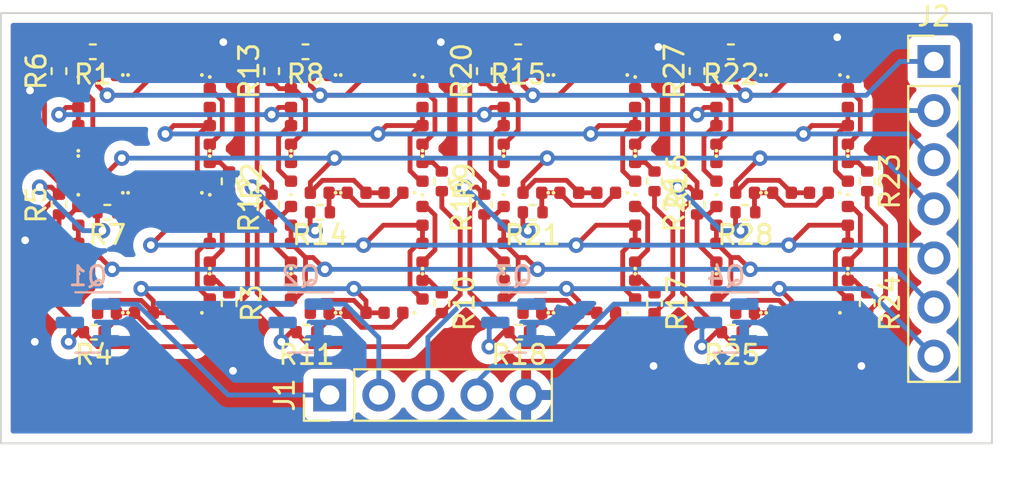
<source format=kicad_pcb>
(kicad_pcb (version 20211014) (generator pcbnew)
  (layers (0 "F.Cu" signal) (31 "B.Cu" signal) (34 "B.Paste" user) (35 "F.Paste" user) (36 "B.SilkS" user "B.Silkscreen") (37 "F.SilkS" user "F.Silkscreen") (38 "B.Mask" user) (39 "F.Mask" user) (44 "Edge.Cuts" user))
  (net 0 "")
  (net 1 "Net-(D1-Pad1)")
  (net 2 "Seg_A")
  (net 3 "Net-(D10-Pad1)")
  (net 4 "Net-(D13-Pad1)")
  (net 5 "Seg_B")
  (net 6 "Net-(D16-Pad1)")
  (net 7 "Net-(D25-Pad1)")
  (net 8 "Seg_C")
  (net 9 "Net-(D28-Pad1)")
  (net 10 "Net-(D37-Pad1)")
  (net 11 "Seg_D")
  (net 12 "Net-(D40-Pad1)")
  (net 13 "Net-(D49-Pad1)")
  (net 14 "Seg_E")
  (net 15 "Net-(D52-Pad1)")
  (net 16 "Net-(D61-Pad1)")
  (net 17 "Seg_F")
  (net 18 "Net-(D64-Pad1)")
  (net 19 "Net-(D73-Pad1)")
  (net 20 "Seg_G")
  (net 21 "Net-(D76-Pad1)")
  (net 22 "N_1")
  (net 23 "GND")
  (net 24 "N_2")
  (net 25 "N_3")
  (net 26 "N_0")
  (net 27 "Net-(Q1-Pad3)")
  (net 28 "Net-(Q2-Pad3)")
  (net 29 "Net-(Q3-Pad3)")
  (net 30 "Net-(Q4-Pad3)")
  (net 31 "Net-(D4-Pad1)")
  (net 32 "Net-(D7-Pad1)")
  (net 33 "Net-(D19-Pad1)")
  (net 34 "Net-(D22-Pad1)")
  (net 35 "Net-(D31-Pad1)")
  (net 36 "Net-(D34-Pad1)")
  (net 37 "Net-(D43-Pad1)")
  (net 38 "Net-(D46-Pad1)")
  (net 39 "Net-(D55-Pad1)")
  (net 40 "Net-(D58-Pad1)")
  (net 41 "Net-(D67-Pad1)")
  (net 42 "Net-(D70-Pad1)")
  (net 43 "Net-(D79-Pad1)")
  (net 44 "Net-(D82-Pad1)")
  (footprint "LED_SMD:LED_0402_1005Metric" (layer "F.Cu") (at 80.8 63.2075 -90)
    (fp_text reference "D6" hide)
    (fp_text value "LED")
  )
  (footprint "LED_SMD:LED_0402_1005Metric" (layer "F.Cu") (at 79.3 58.2 180)
    (fp_text reference "D3" hide)
    (fp_text value "LED")
  )
  (footprint "LED_SMD:LED_0402_1005Metric" (layer "F.Cu") (at 107 59.3925 -90)
    (fp_text reference "D81" hide)
    (fp_text value "LED")
  )
  (footprint "LED_SMD:LED_0402_1005Metric" (layer "F.Cu") (at 112.3 70.5 180)
    (fp_text reference "D73" hide)
    (fp_text value "LED")
  )
  (footprint "Resistor_SMD:R_0402_1005Metric" (layer "F.Cu") (at 73 58 90)
    (fp_text reference "R6")
    (fp_text value "22R")
  )
  (footprint "LED_SMD:LED_0402_1005Metric" (layer "F.Cu") (at 80.8 65.485 -90)
    (fp_text reference "D7" hide)
    (fp_text value "LED")
  )
  (footprint "LED_SMD:LED_0402_1005Metric" (layer "F.Cu") (at 74 63.2075 -90)
    (fp_text reference "D16" hide)
    (fp_text value "LED")
  )
  (footprint "Resistor_SMD:R_0402_1005Metric" (layer "F.Cu") (at 107.8 71.5 180)
    (fp_text reference "R25")
    (fp_text value "22R")
  )
  (footprint "Resistor_SMD:R_0402_1005Metric" (layer "F.Cu") (at 106 64.9 90)
    (fp_text reference "R26")
    (fp_text value "22R")
  )
  (footprint "LED_SMD:LED_0402_1005Metric" (layer "F.Cu") (at 74 61.3 90)
    (fp_text reference "D17" hide)
    (fp_text value "LED")
  )
  (footprint "LED_SMD:LED_0402_1005Metric" (layer "F.Cu") (at 74 59.3925 -90)
    (fp_text reference "D18" hide)
    (fp_text value "LED")
  )
  (footprint "LED_SMD:LED_0402_1005Metric" (layer "F.Cu") (at 96 63.2075 -90)
    (fp_text reference "D58" hide)
    (fp_text value "LED")
  )
  (footprint "LED_SMD:LED_0402_1005Metric" (layer "F.Cu") (at 112.3 58.2 180)
    (fp_text reference "D66" hide)
    (fp_text value "LED")
  )
  (footprint "LED_SMD:LED_0402_1005Metric" (layer "F.Cu") (at 102.8 59.3925 -90)
    (fp_text reference "D46" hide)
    (fp_text value "LED")
  )
  (footprint "LED_SMD:LED_0402_1005Metric" (layer "F.Cu") (at 85 61.3 90)
    (fp_text reference "D38" hide)
    (fp_text value "LED")
  )
  (footprint "LED_SMD:LED_0402_1005Metric" (layer "F.Cu") (at 85 59.3925 -90)
    (fp_text reference "D39" hide)
    (fp_text value "LED")
  )
  (footprint "LED_SMD:LED_0402_1005Metric" (layer "F.Cu") (at 91.8 59.3925 -90)
    (fp_text reference "D25" hide)
    (fp_text value "LED")
  )
  (footprint "LED_SMD:LED_0402_1005Metric" (layer "F.Cu") (at 107 61.3 90)
    (fp_text reference "D80" hide)
    (fp_text value "LED")
  )
  (footprint "LED_SMD:LED_0402_1005Metric" (layer "F.Cu") (at 80.8 67.3925 90)
    (fp_text reference "D8" hide)
    (fp_text value "LED")
  )
  (footprint "LED_SMD:LED_0402_1005Metric" (layer "F.Cu") (at 113.8 65.485 -90)
    (fp_text reference "D70" hide)
    (fp_text value "LED")
  )
  (footprint "LED_SMD:LED_0402_1005Metric" (layer "F.Cu") (at 91.8 67.3925 90)
    (fp_text reference "D29" hide)
    (fp_text value "LED")
  )
  (footprint "Resistor_SMD:R_0402_1005Metric" (layer "F.Cu") (at 95 64.9 90)
    (fp_text reference "R19")
    (fp_text value "22R")
  )
  (footprint "LED_SMD:LED_0402_1005Metric" (layer "F.Cu") (at 102.8 63.2075 -90)
    (fp_text reference "D48" hide)
    (fp_text value "LED")
  )
  (footprint "LED_SMD:LED_0402_1005Metric" (layer "F.Cu") (at 79.3 64.2925 180)
    (fp_text reference "D21" hide)
    (fp_text value "LED")
  )
  (footprint "Resistor_SMD:R_0402_1005Metric" (layer "F.Cu") (at 74.75 57 180)
    (fp_text reference "R1")
    (fp_text value "22R")
  )
  (footprint "Resistor_SMD:R_0402_1005Metric" (layer "F.Cu") (at 92.8 63.7 -90)
    (fp_text reference "R9")
    (fp_text value "22R")
  )
  (footprint "LED_SMD:LED_0402_1005Metric" (layer "F.Cu") (at 113.8 63.2075 -90)
    (fp_text reference "D69" hide)
    (fp_text value "LED")
  )
  (footprint "LED_SMD:LED_0402_1005Metric" (layer "F.Cu") (at 102.8 69.3 -90)
    (fp_text reference "D51" hide)
    (fp_text value "LED")
  )
  (footprint "LED_SMD:LED_0402_1005Metric" (layer "F.Cu") (at 91.8 65.485 -90)
    (fp_text reference "D28" hide)
    (fp_text value "LED")
  )
  (footprint "Resistor_SMD:R_0402_1005Metric" (layer "F.Cu") (at 75.5 65.3 180)
    (fp_text reference "R7")
    (fp_text value "22R")
  )
  (footprint "LED_SMD:LED_0402_1005Metric" (layer "F.Cu") (at 99.3925 64.2925)
    (fp_text reference "D62" hide)
    (fp_text value "LED")
  )
  (footprint "LED_SMD:LED_0402_1005Metric" (layer "F.Cu") (at 80.8 61.3 90)
    (fp_text reference "D5" hide)
    (fp_text value "LED")
  )
  (footprint "LED_SMD:LED_0402_1005Metric" (layer "F.Cu") (at 74 67.3925 90)
    (fp_text reference "D14" hide)
    (fp_text value "LED")
  )
  (footprint "LED_SMD:LED_0402_1005Metric" (layer "F.Cu") (at 113.8 59.3925 -90)
    (fp_text reference "D67" hide)
    (fp_text value "LED")
  )
  (footprint "LED_SMD:LED_0402_1005Metric" (layer "F.Cu") (at 110.3925 64.2925)
    (fp_text reference "D83" hide)
    (fp_text value "LED")
  )
  (footprint "LED_SMD:LED_0402_1005Metric" (layer "F.Cu") (at 96 61.3 90)
    (fp_text reference "D59" hide)
    (fp_text value "LED")
  )
  (footprint "LED_SMD:LED_0402_1005Metric" (layer "F.Cu") (at 97.485 64.2925 180)
    (fp_text reference "D61" hide)
    (fp_text value "LED")
  )
  (footprint "LED_SMD:LED_0402_1005Metric" (layer "F.Cu") (at 96 67.3925 90)
    (fp_text reference "D56" hide)
    (fp_text value "LED")
  )
  (footprint "LED_SMD:LED_0402_1005Metric" (layer "F.Cu") (at 85 69.3 -90)
    (fp_text reference "D34" hide)
    (fp_text value "LED")
  )
  (footprint "Resistor_SMD:R_0402_1005Metric" (layer "F.Cu") (at 84 64.9 90)
    (fp_text reference "R12")
    (fp_text value "22R")
  )
  (footprint "LED_SMD:LED_0402_1005Metric" (layer "F.Cu") (at 101.3 64.2925 180)
    (fp_text reference "D63" hide)
    (fp_text value "LED")
  )
  (footprint "LED_SMD:LED_0402_1005Metric" (layer "F.Cu") (at 90.3 64.2925 180)
    (fp_text reference "D42" hide)
    (fp_text value "LED")
  )
  (footprint "LED_SMD:LED_0402_1005Metric" (layer "F.Cu") (at 102.8 67.3925 90)
    (fp_text reference "D50" hide)
    (fp_text value "LED")
  )
  (footprint "Resistor_SMD:R_0402_1005Metric" (layer "F.Cu") (at 85.75 57 180)
    (fp_text reference "R8")
    (fp_text value "22R")
  )
  (footprint "Resistor_SMD:R_0402_1005Metric" (layer "F.Cu") (at 108.5 65.3 180)
    (fp_text reference "R28")
    (fp_text value "22R")
  )
  (footprint "Resistor_SMD:R_0402_1005Metric" (layer "F.Cu") (at 73 64.9 90)
    (fp_text reference "R5")
    (fp_text value "22R")
  )
  (footprint "LED_SMD:LED_0402_1005Metric" (layer "F.Cu") (at 90.3 70.5 180)
    (fp_text reference "D31" hide)
    (fp_text value "LED")
  )
  (footprint "LED_SMD:LED_0402_1005Metric" (layer "F.Cu") (at 80.8 59.3925 -90)
    (fp_text reference "D4" hide)
    (fp_text value "LED")
  )
  (footprint "Resistor_SMD:R_0402_1005Metric" (layer "F.Cu") (at 84 58 90)
    (fp_text reference "R13")
    (fp_text value "22R")
  )
  (footprint "LED_SMD:LED_0402_1005Metric" (layer "F.Cu") (at 75.485 58.2 180)
    (fp_text reference "D1" hide)
    (fp_text value "LED")
  )
  (footprint "LED_SMD:LED_0402_1005Metric" (layer "F.Cu") (at 90.3 58.2 180)
    (fp_text reference "D24" hide)
    (fp_text value "LED")
  )
  (footprint "Resistor_SMD:R_0402_1005Metric" (layer "F.Cu") (at 103.8 63.7 -90)
    (fp_text reference "R16")
    (fp_text value "22R")
  )
  (footprint "Resistor_SMD:R_0402_1005Metric" (layer "F.Cu") (at 81.8 63.7 -90)
    (fp_text reference "R2")
    (fp_text value "22R")
  )
  (footprint "LED_SMD:LED_0402_1005Metric" (layer "F.Cu") (at 107 69.3 -90)
    (fp_text reference "D76" hide)
    (fp_text value "LED")
  )
  (footprint "LED_SMD:LED_0402_1005Metric" (layer "F.Cu") (at 113.8 69.3 -90)
    (fp_text reference "D72" hide)
    (fp_text value "LED")
  )
  (footprint "LED_SMD:LED_0402_1005Metric" (layer "F.Cu") (at 97.485 70.5 180)
    (fp_text reference "D54" hide)
    (fp_text value "LED")
  )
  (footprint "Resistor_SMD:R_0402_1005Metric" (layer "F.Cu") (at 81.8 70 -90)
    (fp_text reference "R3")
    (fp_text value "22R")
  )
  (footprint "LED_SMD:LED_0402_1005Metric" (layer "F.Cu") (at 80.8 69.3 -90)
    (fp_text reference "D9" hide)
    (fp_text value "LED")
  )
  (footprint "LED_SMD:LED_0402_1005Metric" (layer "F.Cu") (at 77.3925 64.2925)
    (fp_text reference "D20" hide)
    (fp_text value "LED")
  )
  (footprint "LED_SMD:LED_0402_1005Metric" (layer "F.Cu") (at 86.485 64.2925 180)
    (fp_text reference "D40" hide)
    (fp_text value "LED")
  )
  (footprint "LED_SMD:LED_0402_1005Metric" (layer "F.Cu") (at 112.3 64.2925 180)
    (fp_text reference "D84" hide)
    (fp_text value "LED")
  )
  (footprint "LED_SMD:LED_0402_1005Metric" (layer "F.Cu") (at 101.3 58.2 180)
    (fp_text reference "D45" hide)
    (fp_text value "LED")
  )
  (footprint "LED_SMD:LED_0402_1005Metric" (layer "F.Cu") (at 99.3925 70.5)
    (fp_text reference "D53" hide)
    (fp_text value "LED")
  )
  (footprint "Resistor_SMD:R_0402_1005Metric" (layer "F.Cu") (at 114.8 70 -90)
    (fp_text reference "R24")
    (fp_text value "22R")
  )
  (footprint "LED_SMD:LED_0402_1005Metric" (layer "F.Cu") (at 77.3925 58.2)
    (fp_text reference "D2" hide)
    (fp_text value "LED")
  )
  (footprint "LED_SMD:LED_0402_1005Metric" (layer "F.Cu") (at 77.3925 70.5)
    (fp_text reference "D11" hide)
    (fp_text value "LED")
  )
  (footprint "Connector_PinHeader_2.54mm:PinHeader_1x05_P2.54mm_Vertical" (layer "F.Cu") (at 87 74.75 90)
    (fp_text reference "J1")
    (fp_text value "Conn_01x05")
  )
  (footprint "LED_SMD:LED_0402_1005Metric" (layer "F.Cu") (at 96 59.3925 -90)
    (fp_text reference "D60" hide)
    (fp_text value "LED")
  )
  (footprint "LED_SMD:LED_0402_1005Metric" (layer "F.Cu") (at 101.3 70.5 180)
    (fp_text reference "D52" hide)
    (fp_text value "LED")
  )
  (footprint "LED_SMD:LED_0402_1005Metric" (layer "F.Cu") (at 91.8 61.3 90)
    (fp_text reference "D26" hide)
    (fp_text value "LED")
  )
  (footprint "Resistor_SMD:R_0402_1005Metric" (layer "F.Cu") (at 103.8 70 -90)
    (fp_text reference "R17")
    (fp_text value "22R")
  )
  (footprint "LED_SMD:LED_0402_1005Metric" (layer "F.Cu") (at 91.8 69.3 -90)
    (fp_text reference "D30" hide)
    (fp_text value "LED")
  )
  (footprint "LED_SMD:LED_0402_1005Metric" (layer "F.Cu") (at 96 65.485 -90)
    (fp_text reference "D57" hide)
    (fp_text value "LED")
  )
  (footprint "Resistor_SMD:R_0402_1005Metric" (layer "F.Cu") (at 96.8 71.5 180)
    (fp_text reference "R18")
    (fp_text value "22R")
  )
  (footprint "LED_SMD:LED_0402_1005Metric" (layer "F.Cu") (at 85 67.3925 90)
    (fp_text reference "D35" hide)
    (fp_text value "LED")
  )
  (footprint "LED_SMD:LED_0402_1005Metric" (layer "F.Cu") (at 108.485 70.5 180)
    (fp_text reference "D75" hide)
    (fp_text value "LED")
  )
  (footprint "LED_SMD:LED_0402_1005Metric" (layer "F.Cu") (at 79.3 70.5 180)
    (fp_text reference "D10" hide)
    (fp_text value "LED")
  )
  (footprint "LED_SMD:LED_0402_1005Metric" (layer "F.Cu") (at 110.3925 70.5)
    (fp_text reference "D74" hide)
    (fp_text value "LED")
  )
  (footprint "LED_SMD:LED_0402_1005Metric" (layer "F.Cu") (at 91.8 63.2075 -90)
    (fp_text reference "D27" hide)
    (fp_text value "LED")
  )
  (footprint "Connector_PinHeader_2.54mm:PinHeader_1x07_P2.54mm_Vertical" (layer "F.Cu") (at 118.25 57.5)
    (fp_text reference "J2")
    (fp_text value "Conn_01x07")
  )
  (footprint "Resistor_SMD:R_0402_1005Metric" (layer "F.Cu") (at 95 58 90)
    (fp_text reference "R20")
    (fp_text value "22R")
  )
  (footprint "Resistor_SMD:R_0402_1005Metric" (layer "F.Cu") (at 107.75 57 180)
    (fp_text reference "R22")
    (fp_text value "22R")
  )
  (footprint "LED_SMD:LED_0402_1005Metric" (layer "F.Cu") (at 102.8 65.485 -90)
    (fp_text reference "D49" hide)
    (fp_text value "LED")
  )
  (footprint "Resistor_SMD:R_0402_1005Metric" (layer "F.Cu") (at 96.75 57 180)
    (fp_text reference "R15")
    (fp_text value "22R")
  )
  (footprint "LED_SMD:LED_0402_1005Metric" (layer "F.Cu") (at 75.485 70.5 180)
    (fp_text reference "D12" hide)
    (fp_text value "LED")
  )
  (footprint "LED_SMD:LED_0402_1005Metric" (layer "F.Cu") (at 74 65.485 -90)
    (fp_text reference "D15" hide)
    (fp_text value "LED")
  )
  (footprint "LED_SMD:LED_0402_1005Metric" (layer "F.Cu") (at 110.3925 58.2)
    (fp_text reference "D65" hide)
    (fp_text value "LED")
  )
  (footprint "LED_SMD:LED_0402_1005Metric" (layer "F.Cu") (at 86.485 58.2 180)
    (fp_text reference "D22" hide)
    (fp_text value "LED")
  )
  (footprint "Resistor_SMD:R_0402_1005Metric" (layer "F.Cu") (at 86.5 65.3 180)
    (fp_text reference "R14")
    (fp_text value "22R")
  )
  (footprint "LED_SMD:LED_0402_1005Metric" (layer "F.Cu") (at 85 63.2075 -90)
    (fp_text reference "D37" hide)
    (fp_text value "LED")
  )
  (footprint "LED_SMD:LED_0402_1005Metric" (layer "F.Cu") (at 107 63.2075 -90)
    (fp_text reference "D79" hide)
    (fp_text value "LED")
  )
  (footprint "Resistor_SMD:R_0402_1005Metric" (layer "F.Cu") (at 74.8 71.5 180)
    (fp_text reference "R4")
    (fp_text value "22R")
  )
  (footprint "LED_SMD:LED_0402_1005Metric" (layer "F.Cu") (at 99.3925 58.2)
    (fp_text reference "D44" hide)
    (fp_text value "LED")
  )
  (footprint "LED_SMD:LED_0402_1005Metric" (layer "F.Cu") (at 113.8 61.3 90)
    (fp_text reference "D68" hide)
    (fp_text value "LED")
  )
  (footprint "Resistor_SMD:R_0402_1005Metric" (layer "F.Cu") (at 92.8 70 -90)
    (fp_text reference "R10")
    (fp_text value "22R")
  )
  (footprint "LED_SMD:LED_0402_1005Metric" (layer "F.Cu") (at 108.485 64.2925 180)
    (fp_text reference "D82" hide)
    (fp_text value "LED")
  )
  (footprint "LED_SMD:LED_0402_1005Metric" (layer "F.Cu") (at 107 67.3925 90)
    (fp_text reference "D77" hide)
    (fp_text value "LED")
  )
  (footprint "LED_SMD:LED_0402_1005Metric" (layer "F.Cu") (at 75.485 64.2925 180)
    (fp_text reference "D19" hide)
    (fp_text value "LED")
  )
  (footprint "LED_SMD:LED_0402_1005Metric" (layer "F.Cu") (at 86.485 70.5 180)
    (fp_text reference "D33" hide)
    (fp_text value "LED")
  )
  (footprint "Resistor_SMD:R_0402_1005Metric" (layer "F.Cu") (at 97.5 65.3 180)
    (fp_text reference "R21")
    (fp_text value "22R")
  )
  (footprint "LED_SMD:LED_0402_1005Metric" (layer "F.Cu") (at 74 69.3 -90)
    (fp_text reference "D13" hide)
    (fp_text value "LED")
  )
  (footprint "LED_SMD:LED_0402_1005Metric" (layer "F.Cu") (at 107 65.485 -90)
    (fp_text reference "D78" hide)
    (fp_text value "LED")
  )
  (footprint "LED_SMD:LED_0402_1005Metric" (layer "F.Cu") (at 113.8 67.3925 90)
    (fp_text reference "D71" hide)
    (fp_text value "LED")
  )
  (footprint "LED_SMD:LED_0402_1005Metric" (layer "F.Cu") (at 108.485 58.2 180)
    (fp_text reference "D64" hide)
    (fp_text value "LED")
  )
  (footprint "LED_SMD:LED_0402_1005Metric" (layer "F.Cu") (at 88.3925 58.2)
    (fp_text reference "D23" hide)
    (fp_text value "LED")
  )
  (footprint "LED_SMD:LED_0402_1005Metric" (layer "F.Cu") (at 96 69.3 -90)
    (fp_text reference "D55" hide)
    (fp_text value "LED")
  )
  (footprint "LED_SMD:LED_0402_1005Metric" (layer "F.Cu") (at 102.8 61.3 90)
    (fp_text reference "D47" hide)
    (fp_text value "LED")
  )
  (footprint "LED_SMD:LED_0402_1005Metric" (layer "F.Cu") (at 88.3925 64.2925)
    (fp_text reference "D41" hide)
    (fp_text value "LED")
  )
  (footprint "LED_SMD:LED_0402_1005Metric" (layer "F.Cu") (at 85 65.485 -90)
    (fp_text reference "D36" hide)
    (fp_text value "LED")
  )
  (footprint "LED_SMD:LED_0402_1005Metric" (layer "F.Cu") (at 88.3925 70.5)
    (fp_text reference "D32" hide)
    (fp_text value "LED")
  )
  (footprint "Resistor_SMD:R_0402_1005Metric" (layer "F.Cu") (at 114.8 63.7 -90)
    (fp_text reference "R23")
    (fp_text value "22R")
  )
  (footprint "Resistor_SMD:R_0402_1005Metric" (layer "F.Cu") (at 106 58 90)
    (fp_text reference "R27")
    (fp_text value "22R")
  )
  (footprint "LED_SMD:LED_0402_1005Metric" (layer "F.Cu") (at 97.485 58.2 180)
    (fp_text reference "D43" hide)
    (fp_text value "LED")
  )
  (footprint "Resistor_SMD:R_0402_1005Metric" (layer "F.Cu") (at 85.8 71.5 180)
    (fp_text reference "R11")
    (fp_text value "22R")
  )
  (footprint "Package_TO_SOT_SMD:SOT-23" (layer "B.Cu") (at 85.5 71 180)
    (fp_text reference "Q2")
    (fp_text value "2N7002")
  )
  (footprint "Package_TO_SOT_SMD:SOT-23" (layer "B.Cu") (at 96.5 71 180)
    (fp_text reference "Q3")
    (fp_text value "2N7002")
  )
  (footprint "Package_TO_SOT_SMD:SOT-23" (layer "B.Cu") (at 74.5 71 180)
    (fp_text reference "Q1")
    (fp_text value "2N7002")
  )
  (footprint "Package_TO_SOT_SMD:SOT-23" (layer "B.Cu") (at 107.5 71 180)
    (fp_text reference "Q4")
    (fp_text value "2N7002")
  )
  (gr_rect (start 70 55) (end 121.25 77.25) (layer "Edge.Cuts") (width 0.1) (fill none))
  (segment (start 75.97 57.71) (end 75.97 58.2) (width 0.25) (layer "F.Cu") (net 1))
  (segment (start 77.534483 57.55548) (end 79.158017 57.55548) (width 0.25) (layer "F.Cu") (net 1))
  (segment (start 75.26 57) (end 75.97 57.71) (width 0.25) (layer "F.Cu") (net 1))
  (segment (start 76.9075 58.182463) (end 77.534483 57.55548) (width 0.25) (layer "F.Cu") (net 1))
  (segment (start 76.9075 58.2) (end 76.9075 58.182463) (width 0.25) (layer "F.Cu") (net 1))
  (segment (start 75.97 58.2) (end 76.9075 58.2) (width 0.25) (layer "F.Cu") (net 1))
  (segment (start 79.785 58.182463) (end 79.785 58.2) (width 0.25) (layer "F.Cu") (net 1))
  (segment (start 79.158017 57.55548) (end 79.785 58.182463) (width 0.25) (layer "F.Cu") (net 1))
  (segment (start 77.8775 58.2) (end 77.8775 58.217537) (width 0.25) (layer "F.Cu") (net 2))
  (segment (start 86 58.2) (end 86 58.75) (width 0.25) (layer "F.Cu") (net 2))
  (segment (start 78.815 58.2) (end 77.8775 58.2) (width 0.25) (layer "F.Cu") (net 2))
  (segment (start 99.8775 58.2) (end 99.8775 58.217537) (width 0.25) (layer "F.Cu") (net 2))
  (segment (start 108 58.75) (end 108.5 59.25) (width 0.25) (layer "F.Cu") (net 2))
  (segment (start 108 58.2) (end 108 58.75) (width 0.25) (layer "F.Cu") (net 2))
  (segment (start 77.8775 58.217537) (end 76.845037 59.25) (width 0.25) (layer "F.Cu") (net 2))
  (segment (start 86 58.75) (end 86.5 59.25) (width 0.25) (layer "F.Cu") (net 2))
  (segment (start 88.8775 58.2) (end 88.8775 58.217537) (width 0.25) (layer "F.Cu") (net 2))
  (segment (start 100.815 58.2) (end 99.8775 58.2) (width 0.25) (layer "F.Cu") (net 2))
  (segment (start 76.845037 59.25) (end 75.5 59.25) (width 0.25) (layer "F.Cu") (net 2))
  (segment (start 75 58.2) (end 75 58.75) (width 0.25) (layer "F.Cu") (net 2))
  (segment (start 111.815 58.2) (end 110.8775 58.2) (width 0.25) (layer "F.Cu") (net 2))
  (segment (start 109.845037 59.25) (end 108.5 59.25) (width 0.25) (layer "F.Cu") (net 2))
  (segment (start 89.815 58.2) (end 88.8775 58.2) (width 0.25) (layer "F.Cu") (net 2))
  (segment (start 98.845037 59.25) (end 97.5 59.25) (width 0.25) (layer "F.Cu") (net 2))
  (segment (start 97 58.75) (end 97.5 59.25) (width 0.25) (layer "F.Cu") (net 2))
  (segment (start 110.8775 58.217537) (end 109.845037 59.25) (width 0.25) (layer "F.Cu") (net 2))
  (segment (start 110.8775 58.2) (end 110.8775 58.217537) (width 0.25) (layer "F.Cu") (net 2))
  (segment (start 87.845037 59.25) (end 86.5 59.25) (width 0.25) (layer "F.Cu") (net 2))
  (segment (start 88.8775 58.217537) (end 87.845037 59.25) (width 0.25) (layer "F.Cu") (net 2))
  (segment (start 99.8775 58.217537) (end 98.845037 59.25) (width 0.25) (layer "F.Cu") (net 2))
  (segment (start 75 58.75) (end 75.5 59.25) (width 0.25) (layer "F.Cu") (net 2))
  (segment (start 97 58.2) (end 97 58.75) (width 0.25) (layer "F.Cu") (net 2))
  (via (at 108.5 59.25) (size 0.8) (drill 0.4) (layers "F.Cu" "B.Cu") (net 2))
  (via (at 75.5 59.25) (size 0.8) (drill 0.4) (layers "F.Cu" "B.Cu") (net 2))
  (via (at 97.5 59.25) (size 0.8) (drill 0.4) (layers "F.Cu" "B.Cu") (net 2))
  (via (at 86.5 59.25) (size 0.8) (drill 0.4) (layers "F.Cu" "B.Cu") (net 2))
  (segment (start 114.75 59.25) (end 116.5 57.5) (width 0.25) (layer "B.Cu") (net 2))
  (segment (start 97.5 59.25) (end 108.5 59.25) (width 0.25) (layer "B.Cu") (net 2))
  (segment (start 75.5 59.25) (end 86.5 59.25) (width 0.25) (layer "B.Cu") (net 2))
  (segment (start 86.5 59.25) (end 97.5 59.25) (width 0.25) (layer "B.Cu") (net 2))
  (segment (start 116.5 57.5) (end 118.25 57.5) (width 0.25) (layer "B.Cu") (net 2))
  (segment (start 108.5 59.25) (end 114.75 59.25) (width 0.25) (layer "B.Cu") (net 2))
  (segment (start 75.97 70.5) (end 76.9075 70.5) (width 0.25) (layer "F.Cu") (net 3))
  (segment (start 75.97 70.84) (end 75.31 71.5) (width 0.25) (layer "F.Cu") (net 3))
  (segment (start 79.785 70.715) (end 79.25 71.25) (width 0.25) (layer "F.Cu") (net 3))
  (segment (start 76.9075 70.517537) (end 76.9075 70.5) (width 0.25) (layer "F.Cu") (net 3))
  (segment (start 75.97 70.5) (end 75.97 70.84) (width 0.25) (layer "F.Cu") (net 3))
  (segment (start 79.25 71.25) (end 77.639963 71.25) (width 0.25) (layer "F.Cu") (net 3))
  (segment (start 77.639963 71.25) (end 76.9075 70.517537) (width 0.25) (layer "F.Cu") (net 3))
  (segment (start 79.785 70.5) (end 79.785 70.715) (width 0.25) (layer "F.Cu") (net 3))
  (segment (start 74 67.8775) (end 73.982463 67.8775) (width 0.25) (layer "F.Cu") (net 4))
  (segment (start 73.982463 67.8775) (end 73 66.895037) (width 0.25) (layer "F.Cu") (net 4))
  (segment (start 73.59 65.41) (end 74 65) (width 0.25) (layer "F.Cu") (net 4))
  (segment (start 73 66.895037) (end 73 65.41) (width 0.25) (layer "F.Cu") (net 4))
  (segment (start 73 65.41) (end 73.59 65.41) (width 0.25) (layer "F.Cu") (net 4))
  (segment (start 74 68.815) (end 74 67.8775) (width 0.25) (layer "F.Cu") (net 4))
  (segment (start 113.8 63.6925) (end 113.6925 63.6925) (width 0.25) (layer "F.Cu") (net 5))
  (segment (start 113.685 60.815) (end 113.8 60.815) (width 0.25) (layer "F.Cu") (net 5))
  (segment (start 80.8 63.6925) (end 80.6925 63.6925) (width 0.25) (layer "F.Cu") (net 5))
  (segment (start 113.15548 63.15548) (end 113.15548 61.34452) (width 0.25) (layer "F.Cu") (net 5))
  (segment (start 91.8 60.815) (end 91.8 59.8775) (width 0.25) (layer "F.Cu") (net 5))
  (segment (start 111.935 60.815) (end 113.8 60.815) (width 0.25) (layer "F.Cu") (net 5))
  (segment (start 91.685 60.815) (end 91.8 60.815) (width 0.25) (layer "F.Cu") (net 5))
  (segment (start 89.5 61.25) (end 89.935 60.815) (width 0.25) (layer "F.Cu") (net 5))
  (segment (start 102.15548 63.15548) (end 102.15548 61.34452) (width 0.25) (layer "F.Cu") (net 5))
  (segment (start 113.6925 63.6925) (end 113.15548 63.15548) (width 0.25) (layer "F.Cu") (net 5))
  (segment (start 91.8 63.6925) (end 91.6925 63.6925) (width 0.25) (layer "F.Cu") (net 5))
  (segment (start 91.15548 63.15548) (end 91.15548 61.34452) (width 0.25) (layer "F.Cu") (net 5))
  (segment (start 102.6925 63.6925) (end 102.15548 63.15548) (width 0.25) (layer "F.Cu") (net 5))
  (segment (start 111.5 61.25) (end 111.935 60.815) (width 0.25) (layer "F.Cu") (net 5))
  (segment (start 80.685 60.815) (end 80.8 60.815) (width 0.25) (layer "F.Cu") (net 5))
  (segment (start 102.685 60.815) (end 102.8 60.815) (width 0.25) (layer "F.Cu") (net 5))
  (segment (start 89.935 60.815) (end 91.8 60.815) (width 0.25) (layer "F.Cu") (net 5))
  (segment (start 80.15548 63.15548) (end 80.15548 61.34452) (width 0.25) (layer "F.Cu") (net 5))
  (segment (start 78.935 60.815) (end 80.8 60.815) (width 0.25) (layer "F.Cu") (net 5))
  (segment (start 113.8 60.815) (end 113.8 59.8775) (width 0.25) (layer "F.Cu") (net 5))
  (segment (start 100.5 61.25) (end 100.935 60.815) (width 0.25) (layer "F.Cu") (net 5))
  (segment (start 80.15548 61.34452) (end 80.685 60.815) (width 0.25) (layer "F.Cu") (net 5))
  (segment (start 91.15548 61.34452) (end 91.685 60.815) (width 0.25) (layer "F.Cu") (net 5))
  (segment (start 100.935 60.815) (end 102.8 60.815) (width 0.25) (layer "F.Cu") (net 5))
  (segment (start 80.6925 63.6925) (end 80.15548 63.15548) (width 0.25) (layer "F.Cu") (net 5))
  (segment (start 102.8 63.6925) (end 102.6925 63.6925) (width 0.25) (layer "F.Cu") (net 5))
  (segment (start 78.5 61.25) (end 78.935 60.815) (width 0.25) (layer "F.Cu") (net 5))
  (segment (start 91.6925 63.6925) (end 91.15548 63.15548) (width 0.25) (layer "F.Cu") (net 5))
  (segment (start 80.8 60.815) (end 80.8 59.8775) (width 0.25) (layer "F.Cu") (net 5))
  (segment (start 102.8 60.815) (end 102.8 59.8775) (width 0.25) (layer "F.Cu") (net 5))
  (segment (start 113.15548 61.34452) (end 113.685 60.815) (width 0.25) (layer "F.Cu") (net 5))
  (segment (start 102.15548 61.34452) (end 102.685 60.815) (width 0.25) (layer "F.Cu") (net 5))
  (via (at 89.5 61.25) (size 0.8) (drill 0.4) (layers "F.Cu" "B.Cu") (net 5))
  (via (at 100.5 61.25) (size 0.8) (drill 0.4) (layers "F.Cu" "B.Cu") (net 5))
  (via (at 111.5 61.25) (size 0.8) (drill 0.4) (layers "F.Cu" "B.Cu") (net 5))
  (via (at 78.5 61.25) (size 0.8) (drill 0.4) (layers "F.Cu" "B.Cu") (net 5))
  (segment (start 89.5 61.25) (end 100.5 61.25) (width 0.25) (layer "B.Cu") (net 5))
  (segment (start 116.92 61.25) (end 118.25 62.58) (width 0.25) (layer "B.Cu") (net 5))
  (segment (start 111.5 61.25) (end 116.92 61.25) (width 0.25) (layer "B.Cu") (net 5))
  (segment (start 100.5 61.25) (end 111.5 61.25) (width 0.25) (layer "B.Cu") (net 5))
  (segment (start 78.5 61.25) (end 89.5 61.25) (width 0.25) (layer "B.Cu") (net 5))
  (segment (start 74.75 61.052537) (end 74.75 59.5) (width 0.25) (layer "F.Cu") (net 6))
  (segment (start 74.75 59.5) (end 74.1575 58.9075) (width 0.25) (layer "F.Cu") (net 6))
  (segment (start 74 58.9075) (end 73.3975 58.9075) (width 0.25) (layer "F.Cu") (net 6))
  (segment (start 74 61.785) (end 74.017537 61.785) (width 0.25) (layer "F.Cu") (net 6))
  (segment (start 74.1575 58.9075) (end 74 58.9075) (width 0.25) (layer "F.Cu") (net 6))
  (segment (start 73.3975 58.9075) (end 73 58.51) (width 0.25) (layer "F.Cu") (net 6))
  (segment (start 74 62.7225) (end 74 61.785) (width 0.25) (layer "F.Cu") (net 6))
  (segment (start 74.017537 61.785) (end 74.75 61.052537) (width 0.25) (layer "F.Cu") (net 6))
  (segment (start 91.8 62.7225) (end 92.3325 62.7225) (width 0.25) (layer "F.Cu") (net 7))
  (segment (start 92.3325 62.7225) (end 92.8 63.19) (width 0.25) (layer "F.Cu") (net 7))
  (segment (start 91.817537 58.9075) (end 92.44452 59.534483) (width 0.25) (layer "F.Cu") (net 7))
  (segment (start 91.817537 61.785) (end 91.8 61.785) (width 0.25) (layer "F.Cu") (net 7))
  (segment (start 91.8 62.7225) (end 91.8 61.785) (width 0.25) (layer "F.Cu") (net 7))
  (segment (start 92.44452 59.534483) (end 92.44452 61.158017) (width 0.25) (layer "F.Cu") (net 7))
  (segment (start 92.44452 61.158017) (end 91.817537 61.785) (width 0.25) (layer "F.Cu") (net 7))
  (segment (start 91.8 58.9075) (end 91.817537 58.9075) (width 0.25) (layer "F.Cu") (net 7))
  (segment (start 102.15548 69.158017) (end 102.15548 67.34452) (width 0.25) (layer "F.Cu") (net 8))
  (segment (start 100.78 65.97) (end 102.8 65.97) (width 0.25) (layer "F.Cu") (net 8))
  (segment (start 113.15548 67.34452) (end 113.5925 66.9075) (width 0.25) (layer "F.Cu") (net 8))
  (segment (start 89.78 65.97) (end 91.8 65.97) (width 0.25) (layer "F.Cu") (net 8))
  (segment (start 91.8 66.9075) (end 91.8 65.97) (width 0.25) (layer "F.Cu") (net 8))
  (segment (start 91.782463 69.785) (end 91.15548 69.158017) (width 0.25) (layer "F.Cu") (net 8))
  (segment (start 102.8 66.9075) (end 102.8 65.97) (width 0.25) (layer "F.Cu") (net 8))
  (segment (start 102.5925 66.9075) (end 102.8 66.9075) (width 0.25) (layer "F.Cu") (net 8))
  (segment (start 78.78 65.97) (end 80.8 65.97) (width 0.25) (layer "F.Cu") (net 8))
  (segment (start 113.5925 66.9075) (end 113.8 66.9075) (width 0.25) (layer "F.Cu") (net 8))
  (segment (start 80.8 69.785) (end 80.782463 69.785) (width 0.25) (layer "F.Cu") (net 8))
  (segment (start 80.5925 66.9075) (end 80.8 66.9075) (width 0.25) (layer "F.Cu") (net 8))
  (segment (start 80.8 66.9075) (end 80.8 65.97) (width 0.25) (layer "F.Cu") (net 8))
  (segment (start 110.75 67) (end 111.78 65.97) (width 0.25) (layer "F.Cu") (net 8))
  (segment (start 91.5925 66.9075) (end 91.8 66.9075) (width 0.25) (layer "F.Cu") (net 8))
  (segment (start 80.782463 69.785) (end 80.15548 69.158017) (width 0.25) (layer "F.Cu") (net 8))
  (segment (start 99.75 67) (end 100.78 65.97) (width 0.25) (layer "F.Cu") (net 8))
  (segment (start 111.78 65.97) (end 113.8 65.97) (width 0.25) (layer "F.Cu") (net 8))
  (segment (start 102.8 69.785) (end 102.782463 69.785) (width 0.25) (layer "F.Cu") (net 8))
  (segment (start 80.15548 69.158017) (end 80.15548 67.34452) (width 0.25) (layer "F.Cu") (net 8))
  (segment (start 102.15548 67.34452) (end 102.5925 66.9075) (width 0.25) (layer "F.Cu") (net 8))
  (segment (start 91.15548 67.34452) (end 91.5925 66.9075) (width 0.25) (layer "F.Cu") (net 8))
  (segment (start 113.8 66.9075) (end 113.8 65.97) (width 0.25) (layer "F.Cu") (net 8))
  (segment (start 88.75 67) (end 89.78 65.97) (width 0.25) (layer "F.Cu") (net 8))
  (segment (start 91.15548 69.158017) (end 91.15548 67.34452) (width 0.25) (layer "F.Cu") (net 8))
  (segment (start 113.782463 69.785) (end 113.15548 69.158017) (width 0.25) (layer "F.Cu") (net 8))
  (segment (start 113.15548 69.158017) (end 113.15548 67.34452) (width 0.25) (layer "F.Cu") (net 8))
  (segment (start 80.15548 67.34452) (end 80.5925 66.9075) (width 0.25) (layer "F.Cu") (net 8))
  (segment (start 102.782463 69.785) (end 102.15548 69.158017) (width 0.25) (layer "F.Cu") (net 8))
  (segment (start 91.8 69.785) (end 91.782463 69.785) (width 0.25) (layer "F.Cu") (net 8))
  (segment (start 113.8 69.785) (end 113.782463 69.785) (width 0.25) (layer "F.Cu") (net 8))
  (segment (start 77.75 67) (end 78.78 65.97) (width 0.25) (layer "F.Cu") (net 8))
  (via (at 88.75 67) (size 0.8) (drill 0.4) (layers "F.Cu" "B.Cu") (net 8))
  (via (at 77.75 67) (size 0.8) (drill 0.4) (layers "F.Cu" "B.Cu") (net 8))
  (via (at 99.75 67) (size 0.8) (drill 0.4) (layers "F.Cu" "B.Cu") (net 8))
  (via (at 110.75 67) (size 0.8) (drill 0.4) (layers "F.Cu" "B.Cu") (net 8))
  (segment (start 99.75 67) (end 110.75 67) (width 0.25) (layer "B.Cu") (net 8))
  (segment (start 88.75 67) (end 99.75 67) (width 0.25) (layer "B.Cu") (net 8))
  (segment (start 110.75 67) (end 117.59 67) (width 0.25) (layer "B.Cu") (net 8))
  (segment (start 77.75 67) (end 88.75 67) (width 0.25) (layer "B.Cu") (net 8))
  (segment (start 117.59 67) (end 118.25 67.66) (width 0.25) (layer "B.Cu") (net 8))
  (segment (start 91.817537 67.8775) (end 92.44452 67.250517) (width 0.25) (layer "F.Cu") (net 9))
  (segment (start 92.44452 67.250517) (end 92.44452 65.44452) (width 0.25) (layer "F.Cu") (net 9))
  (segment (start 92.44452 65.44452) (end 92 65) (width 0.25) (layer "F.Cu") (net 9))
  (segment (start 92.125 68.815) (end 92.8 69.49) (width 0.25) (layer "F.Cu") (net 9))
  (segment (start 92 65) (end 91.8 65) (width 0.25) (layer "F.Cu") (net 9))
  (segment (start 91.8 68.815) (end 92.125 68.815) (width 0.25) (layer "F.Cu") (net 9))
  (segment (start 91.8 67.8775) (end 91.817537 67.8775) (width 0.25) (layer "F.Cu") (net 9))
  (segment (start 91.8 68.815) (end 91.8 67.8775) (width 0.25) (layer "F.Cu") (net 9))
  (segment (start 85 58.9075) (end 84.3975 58.9075) (width 0.25) (layer "F.Cu") (net 10))
  (segment (start 85.75 61.052537) (end 85.75 59.5) (width 0.25) (layer "F.Cu") (net 10))
  (segment (start 85 62.7225) (end 85 61.785) (width 0.25) (layer "F.Cu") (net 10))
  (segment (start 85.1575 58.9075) (end 85 58.9075) (width 0.25) (layer "F.Cu") (net 10))
  (segment (start 85.017537 61.785) (end 85.75 61.052537) (width 0.25) (layer "F.Cu") (net 10))
  (segment (start 85 61.785) (end 85.017537 61.785) (width 0.25) (layer "F.Cu") (net 10))
  (segment (start 85.75 59.5) (end 85.1575 58.9075) (width 0.25) (layer "F.Cu") (net 10))
  (segment (start 84.3975 58.9075) (end 84 58.51) (width 0.25) (layer "F.Cu") (net 10))
  (segment (start 99.8775 70.5) (end 100.815 70.5) (width 0.25) (layer "F.Cu") (net 11))
  (segment (start 110.8775 70.5) (end 111.815 70.5) (width 0.25) (layer "F.Cu") (net 11))
  (segment (start 88.25 69.25) (end 88.8775 69.8775) (width 0.25) (layer "F.Cu") (net 11))
  (segment (start 75.626983 69.85548) (end 77.250517 69.85548) (width 0.25) (layer "F.Cu") (net 11))
  (segment (start 108.626983 69.85548) (end 110.250517 69.85548) (width 0.25) (layer "F.Cu") (net 11))
  (segment (start 110.8775 70.482463) (end 110.8775 70.5) (width 0.25) (layer "F.Cu") (net 11))
  (segment (start 110.8775 69.8775) (end 110.8775 70.5) (width 0.25) (layer "F.Cu") (net 11))
  (segment (start 97.626983 69.85548) (end 99.250517 69.85548) (width 0.25) (layer "F.Cu") (net 11))
  (segment (start 99.250517 69.85548) (end 99.8775 70.482463) (width 0.25) (layer "F.Cu") (net 11))
  (segment (start 88.8775 70.5) (end 89.815 70.5) (width 0.25) (layer "F.Cu") (net 11))
  (segment (start 75 70.482463) (end 75.626983 69.85548) (width 0.25) (layer "F.Cu") (net 11))
  (segment (start 88.8775 70.482463) (end 88.8775 70.5) (width 0.25) (layer "F.Cu") (net 11))
  (segment (start 86 70.482463) (end 86.626983 69.85548) (width 0.25) (layer "F.Cu") (net 11))
  (segment (start 86 70.5) (end 86 70.482463) (width 0.25) (layer "F.Cu") (net 11))
  (segment (start 77.25 69.25) (end 77.8775 69.8775) (width 0.25) (layer "F.Cu") (net 11))
  (segment (start 110.25 69.25) (end 110.8775 69.8775) (width 0.25) (layer "F.Cu") (net 11))
  (segment (start 108 70.482463) (end 108.626983 69.85548) (width 0.25) (layer "F.Cu") (net 11))
  (segment (start 77.8775 70.5) (end 78.815 70.5) (width 0.25) (layer "F.Cu") (net 11))
  (segment (start 99.8775 69.8775) (end 99.8775 70.5) (width 0.25) (layer "F.Cu") (net 11))
  (segment (start 97 70.482463) (end 97.626983 69.85548) (width 0.25) (layer "F.Cu") (net 11))
  (segment (start 88.250517 69.85548) (end 88.8775 70.482463) (width 0.25) (layer "F.Cu") (net 11))
  (segment (start 108 70.5) (end 108 70.482463) (width 0.25) (layer "F.Cu") (net 11))
  (segment (start 77.8775 69.8775) (end 77.8775 70.5) (width 0.25) (layer "F.Cu") (net 11))
  (segment (start 110.250517 69.85548) (end 110.8775 70.482463) (width 0.25) (layer "F.Cu") (net 11))
  (segment (start 97 70.5) (end 97 70.482463) (width 0.25) (layer "F.Cu") (net 11))
  (segment (start 77.250517 69.85548) (end 77.8775 70.482463) (width 0.25) (layer "F.Cu") (net 11))
  (segment (start 77.8775 70.482463) (end 77.8775 70.5) (width 0.25) (layer "F.Cu") (net 11))
  (segment (start 75 70.5) (end 75 70.482463) (width 0.25) (layer "F.Cu") (net 11))
  (segment (start 99.25 69.25) (end 99.8775 69.8775) (width 0.25) (layer "F.Cu") (net 11))
  (segment (start 86.626983 69.85548) (end 88.250517 69.85548) (width 0.25) (layer "F.Cu") (net 11))
  (segment (start 99.8775 70.482463) (end 99.8775 70.5) (width 0.25) (layer "F.Cu") (net 11))
  (segment (start 88.8775 69.8775) (end 88.8775 70.5) (width 0.25) (layer "F.Cu") (net 11))
  (via (at 77.25 69.25) (size 0.8) (drill 0.4) (layers "F.Cu" "B.Cu") (net 11))
  (via (at 110.25 69.25) (size 0.8) (drill 0.4) (layers "F.Cu" "B.Cu") (net 11))
  (via (at 88.25 69.25) (size 0.8) (drill 0.4) (layers "F.Cu" "B.Cu") (net 11))
  (via (at 99.25 69.25) (size 0.8) (drill 0.4) (layers "F.Cu" "B.Cu") (net 11))
  (segment (start 88.25 69.25) (end 99.25 69.25) (width 0.25) (layer "B.Cu") (net 11))
  (segment (start 110.25 69.25) (end 114.76 69.25) (width 0.25) (layer "B.Cu") (net 11))
  (segment (start 114.76 69.25) (end 118.25 72.74) (width 0.25) (layer "B.Cu") (net 11))
  (segment (start 99.25 69.25) (end 110.25 69.25) (width 0.25) (layer "B.Cu") (net 11))
  (segment (start 77.25 69.25) (end 88.25 69.25) (width 0.25) (layer "B.Cu") (net 11))
  (segment (start 86.97 64.2925) (end 86.97 65.26) (width 0.25) (layer "F.Cu") (net 12))
  (segment (start 90.785 64.310037) (end 90.158017 64.93702) (width 0.25) (layer "F.Cu") (net 12))
  (segment (start 86.97 65.26) (end 87.01 65.3) (width 0.25) (layer "F.Cu") (net 12))
  (segment (start 90.785 64.2925) (end 90.785 64.310037) (width 0.25) (layer "F.Cu") (net 12))
  (segment (start 90.158017 64.93702) (end 88.534483 64.93702) (width 0.25) (layer "F.Cu") (net 12))
  (segment (start 87.9075 64.310037) (end 87.9075 64.2925) (width 0.25) (layer "F.Cu") (net 12))
  (segment (start 86.97 64.2925) (end 87.9075 64.2925) (width 0.25) (layer "F.Cu") (net 12))
  (segment (start 88.534483 64.93702) (end 87.9075 64.310037) (width 0.25) (layer "F.Cu") (net 12))
  (segment (start 103.44452 65.44452) (end 103 65) (width 0.25) (layer "F.Cu") (net 13))
  (segment (start 103.44452 67.250517) (end 103.44452 65.44452) (width 0.25) (layer "F.Cu") (net 13))
  (segment (start 102.8 67.8775) (end 102.817537 67.8775) (width 0.25) (layer "F.Cu") (net 13))
  (segment (start 102.8 68.815) (end 103.125 68.815) (width 0.25) (layer "F.Cu") (net 13))
  (segment (start 103.125 68.815) (end 103.8 69.49) (width 0.25) (layer "F.Cu") (net 13))
  (segment (start 102.817537 67.8775) (end 103.44452 67.250517) (width 0.25) (layer "F.Cu") (net 13))
  (segment (start 102.8 68.815) (end 102.8 67.8775) (width 0.25) (layer "F.Cu") (net 13))
  (segment (start 103 65) (end 102.8 65) (width 0.25) (layer "F.Cu") (net 13))
  (segment (start 107.75 69.25) (end 107.215 69.785) (width 0.25) (layer "F.Cu") (net 14))
  (segment (start 74 65.97) (end 74 66.9075) (width 0.25) (layer "F.Cu") (net 14))
  (segment (start 86.75 68.25) (end 86.139963 67.639963) (width 0.25) (layer "F.Cu") (net 14))
  (segment (start 96.75 67.639963) (end 96.75 69.25) (width 0.25) (layer "F.Cu") (net 14))
  (segment (start 108.139963 67.639963) (end 107.75 67.639963) (width 0.25) (layer "F.Cu") (net 14))
  (segment (start 108.75 68.25) (end 108.139963 67.639963) (width 0.25) (layer "F.Cu") (net 14))
  (segment (start 97.139963 67.639963) (end 96.75 67.639963) (width 0.25) (layer "F.Cu") (net 14))
  (segment (start 96 65.97) (end 96 66.9075) (width 0.25) (layer "F.Cu") (net 14))
  (segment (start 75.139963 67.639963) (end 74.75 67.639963) (width 0.25) (layer "F.Cu") (net 14))
  (segment (start 85.75 67.639963) (end 85.75 69.25) (width 0.25) (layer "F.Cu") (net 14))
  (segment (start 74.017537 66.9075) (end 74.75 67.639963) (width 0.25) (layer "F.Cu") (net 14))
  (segment (start 74 66.9075) (end 74.017537 66.9075) (width 0.25) (layer "F.Cu") (net 14))
  (segment (start 85.215 69.785) (end 85 69.785) (width 0.25) (layer "F.Cu") (net 14))
  (segment (start 96.215 69.785) (end 96 69.785) (width 0.25) (layer "F.Cu") (net 14))
  (segment (start 107.017537 66.9075) (end 107.75 67.639963) (width 0.25) (layer "F.Cu") (net 14))
  (segment (start 86.139963 67.639963) (end 85.75 67.639963) (width 0.25) (layer "F.Cu") (net 14))
  (segment (start 85 65.97) (end 85 66.9075) (width 0.25) (layer "F.Cu") (net 14))
  (segment (start 107 66.9075) (end 107.017537 66.9075) (width 0.25) (layer "F.Cu") (net 14))
  (segment (start 85.75 69.25) (end 85.215 69.785) (width 0.25) (layer "F.Cu") (net 14))
  (segment (start 74.75 69.25) (end 74.215 69.785) (width 0.25) (layer "F.Cu") (net 14))
  (segment (start 75.75 68.25) (end 75.139963 67.639963) (width 0.25) (layer "F.Cu") (net 14))
  (segment (start 107.75 67.639963) (end 107.75 69.25) (width 0.25) (layer "F.Cu") (net 14))
  (segment (start 96.017537 66.9075) (end 96.75 67.639963) (width 0.25) (layer "F.Cu") (net 14))
  (segment (start 85 66.9075) (end 85.017537 66.9075) (width 0.25) (layer "F.Cu") (net 14))
  (segment (start 107.215 69.785) (end 107 69.785) (width 0.25) (layer "F.Cu") (net 14))
  (segment (start 74.75 67.639963) (end 74.75 69.25) (width 0.25) (layer "F.Cu") (net 14))
  (segment (start 96.75 69.25) (end 96.215 69.785) (width 0.25) (layer "F.Cu") (net 14))
  (segment (start 74.215 69.785) (end 74 69.785) (width 0.25) (layer "F.Cu") (net 14))
  (segment (start 96 66.9075) (end 96.017537 66.9075) (width 0.25) (layer "F.Cu") (net 14))
  (segment (start 107 65.97) (end 107 66.9075) (width 0.25) (layer "F.Cu") (net 14))
  (segment (start 85.017537 66.9075) (end 85.75 67.639963) (width 0.25) (layer "F.Cu") (net 14))
  (segment (start 97.75 68.25) (end 97.139963 67.639963) (width 0.25) (layer "F.Cu") (net 14))
  (via (at 75.75 68.25) (size 0.8) (drill 0.4) (layers "F.Cu" "B.Cu") (net 14))
  (via (at 108.75 68.25) (size 0.8) (drill 0.4) (layers "F.Cu" "B.Cu") (net 14))
  (via (at 86.75 68.25) (size 0.8) (drill 0.4) (layers "F.Cu" "B.Cu") (net 14))
  (via (at 97.75 68.25) (size 0.8) (drill 0.4) (layers "F.Cu" "B.Cu") (net 14))
  (segment (start 116.3 68.25) (end 118.25 70.2) (width 0.25) (layer "B.Cu") (net 14))
  (segment (start 97.75 68.25) (end 108.75 68.25) (width 0.25) (layer "B.Cu") (net 14))
  (segment (start 75.75 68.25) (end 86.75 68.25) (width 0.25) (layer "B.Cu") (net 14))
  (segment (start 108.75 68.25) (end 116.3 68.25) (width 0.25) (layer "B.Cu") (net 14))
  (segment (start 86.75 68.25) (end 97.75 68.25) (width 0.25) (layer "B.Cu") (net 14))
  (segment (start 99.639963 71.25) (end 98.9075 70.517537) (width 0.25) (layer "F.Cu") (net 15))
  (segment (start 97.97 70.5) (end 97.97 70.84) (width 0.25) (layer "F.Cu") (net 15))
  (segment (start 101.785 70.5) (end 101.785 70.715) (width 0.25) (layer "F.Cu") (net 15))
  (segment (start 97.97 70.5) (end 98.9075 70.5) (width 0.25) (layer "F.Cu") (net 15))
  (segment (start 101.25 71.25) (end 99.639963 71.25) (width 0.25) (layer "F.Cu") (net 15))
  (segment (start 98.9075 70.517537) (end 98.9075 70.5) (width 0.25) (layer "F.Cu") (net 15))
  (segment (start 97.97 70.84) (end 97.31 71.5) (width 0.25) (layer "F.Cu") (net 15))
  (segment (start 101.785 70.715) (end 101.25 71.25) (width 0.25) (layer "F.Cu") (net 15))
  (segment (start 101.785 64.2925) (end 101.785 64.310037) (width 0.25) (layer "F.Cu") (net 16))
  (segment (start 98.9075 64.310037) (end 98.9075 64.2925) (width 0.25) (layer "F.Cu") (net 16))
  (segment (start 101.785 64.310037) (end 101.158017 64.93702) (width 0.25) (layer "F.Cu") (net 16))
  (segment (start 97.97 65.26) (end 98.01 65.3) (width 0.25) (layer "F.Cu") (net 16))
  (segment (start 101.158017 64.93702) (end 99.534483 64.93702) (width 0.25) (layer "F.Cu") (net 16))
  (segment (start 97.97 64.2925) (end 98.9075 64.2925) (width 0.25) (layer "F.Cu") (net 16))
  (segment (start 99.534483 64.93702) (end 98.9075 64.310037) (width 0.25) (layer "F.Cu") (net 16))
  (segment (start 97.97 64.2925) (end 97.97 65.26) (width 0.25) (layer "F.Cu") (net 16))
  (segment (start 107 63.6925) (end 106.9425 63.6925) (width 0.25) (layer "F.Cu") (net 17))
  (segment (start 73 60.25) (end 73.3725 59.8775) (width 0.25) (layer "F.Cu") (net 17))
  (segment (start 106.35548 61.39452) (end 106.935 60.815) (width 0.25) (layer "F.Cu") (net 17))
  (segment (start 106.935 60.815) (end 107 60.815) (width 0.25) (layer "F.Cu") (net 17))
  (segment (start 107 59.8775) (end 107 60.815) (width 0.25) (layer "F.Cu") (net 17))
  (segment (start 73.35548 63.10548) (end 73.35548 61.39452) (width 0.25) (layer "F.Cu") (net 17))
  (segment (start 74 63.6925) (end 73.9425 63.6925) (width 0.25) (layer "F.Cu") (net 17))
  (segment (start 85 59.8775) (end 85 60.815) (width 0.25) (layer "F.Cu") (net 17))
  (segment (start 84.35548 63.10548) (end 84.35548 61.39452) (width 0.25) (layer "F.Cu") (net 17))
  (segment (start 85 63.6925) (end 84.9425 63.6925) (width 0.25) (layer "F.Cu") (net 17))
  (segment (start 95.35548 63.10548) (end 95.35548 61.39452) (width 0.25) (layer "F.Cu") (net 17))
  (segment (start 84 60.25) (end 84.3725 59.8775) (width 0.25) (layer "F.Cu") (net 17))
  (segment (start 95 60.25) (end 95.3725 59.8775) (width 0.25) (layer "F.Cu") (net 17))
  (segment (start 73.9425 63.6925) (end 73.35548 63.10548) (width 0.25) (layer "F.Cu") (net 17))
  (segment (start 106.9425 63.6925) (end 106.35548 63.10548) (width 0.25) (layer "F.Cu") (net 17))
  (segment (start 84.35548 61.39452) (end 84.935 60.815) (width 0.25) (layer "F.Cu") (net 17))
  (segment (start 106.35548 63.10548) (end 106.35548 61.39452) (width 0.25) (layer "F.Cu") (net 17))
  (segment (start 84.935 60.815) (end 85 60.815) (width 0.25) (layer "F.Cu") (net 17))
  (segment (start 95.35548 61.39452) (end 95.935 60.815) (width 0.25) (layer "F.Cu") (net 17))
  (segment (start 96 59.8775) (end 96 60.815) (width 0.25) (layer "F.Cu") (net 17))
  (segment (start 96 63.6925) (end 95.9425 63.6925) (width 0.25) (layer "F.Cu") (net 17))
  (segment (start 95.3725 59.8775) (end 96 59.8775) (width 0.25) (layer "F.Cu") (net 17))
  (segment (start 84.9425 63.6925) (end 84.35548 63.10548) (width 0.25) (layer "F.Cu") (net 17))
  (segment (start 73.3725 59.8775) (end 74 59.8775) (width 0.25) (layer "F.Cu") (net 17))
  (segment (start 84.3725 59.8775) (end 85 59.8775) (width 0.25) (layer "F.Cu") (net 17))
  (segment (start 106.3725 59.8775) (end 107 59.8775) (width 0.25) (layer "F.Cu") (net 17))
  (segment (start 73.35548 61.39452) (end 73.935 60.815) (width 0.25) (layer "F.Cu") (net 17))
  (segment (start 106 60.25) (end 106.3725 59.8775) (width 0.25) (layer "F.Cu") (net 17))
  (segment (start 95.9425 63.6925) (end 95.35548 63.10548) (width 0.25) (layer "F.Cu") (net 17))
  (segment (start 73.935 60.815) (end 74 60.815) (width 0.25) (layer "F.Cu") (net 17))
  (segment (start 74 59.8775) (end 74 60.815) (width 0.25) (layer "F.Cu") (net 17))
  (segment (start 95.935 60.815) (end 96 60.815) (width 0.25) (layer "F.Cu") (net 17))
  (via (at 95 60.25) (size 0.8) (drill 0.4) (layers "F.Cu" "B.Cu") (net 17))
  (via (at 73 60.25) (size 0.8) (drill 0.4) (layers "F.Cu" "B.Cu") (net 17))
  (via (at 84 60.25) (size 0.8) (drill 0.4) (layers "F.Cu" "B.Cu") (net 17))
  (via (at 106 60.25) (size 0.8) (drill 0.4) (layers "F.Cu" "B.Cu") (net 17))
  (segment (start 95 60.25) (end 106 60.25) (width 0.25) (layer "B.Cu") (net 17))
  (segment (start 115.21 60.04) (end 118.25 60.04) (width 0.25) (layer "B.Cu") (net 17))
  (segment (start 84 60.25) (end 95 60.25) (width 0.25) (layer "B.Cu") (net 17))
  (segment (start 115 60.25) (end 115.21 60.04) (width 0.25) (layer "B.Cu") (net 17))
  (segment (start 73 60.25) (end 84 60.25) (width 0.25) (layer "B.Cu") (net 17))
  (segment (start 106 60.25) (end 115 60.25) (width 0.25) (layer "B.Cu") (net 17))
  (segment (start 112.785 58.182463) (end 112.785 58.2) (width 0.25) (layer "F.Cu") (net 18))
  (segment (start 108.97 57.71) (end 108.97 58.2) (width 0.25) (layer "F.Cu") (net 18))
  (segment (start 110.534483 57.55548) (end 112.158017 57.55548) (width 0.25) (layer "F.Cu") (net 18))
  (segment (start 112.158017 57.55548) (end 112.785 58.182463) (width 0.25) (layer "F.Cu") (net 18))
  (segment (start 108.26 57) (end 108.97 57.71) (width 0.25) (layer "F.Cu") (net 18))
  (segment (start 109.9075 58.182463) (end 110.534483 57.55548) (width 0.25) (layer "F.Cu") (net 18))
  (segment (start 108.97 58.2) (end 109.9075 58.2) (width 0.25) (layer "F.Cu") (net 18))
  (segment (start 109.9075 58.2) (end 109.9075 58.182463) (width 0.25) (layer "F.Cu") (net 18))
  (segment (start 112.785 70.715) (end 112.25 71.25) (width 0.25) (layer "F.Cu") (net 19))
  (segment (start 109.9075 70.517537) (end 109.9075 70.5) (width 0.25) (layer "F.Cu") (net 19))
  (segment (start 110.639963 71.25) (end 109.9075 70.517537) (width 0.25) (layer "F.Cu") (net 19))
  (segment (start 112.25 71.25) (end 110.639963 71.25) (width 0.25) (layer "F.Cu") (net 19))
  (segment (start 108.97 70.5) (end 109.9075 70.5) (width 0.25) (layer "F.Cu") (net 19))
  (segment (start 112.785 70.5) (end 112.785 70.715) (width 0.25) (layer "F.Cu") (net 19))
  (segment (start 108.97 70.5) (end 108.97 70.84) (width 0.25) (layer "F.Cu") (net 19))
  (segment (start 108.97 70.84) (end 108.31 71.5) (width 0.25) (layer "F.Cu") (net 19))
  (segment (start 88.250517 63.64798) (end 88.8775 64.274963) (width 0.25) (layer "F.Cu") (net 20))
  (segment (start 111.815 64.2925) (end 110.8775 64.2925) (width 0.25) (layer "F.Cu") (net 20))
  (segment (start 97 63.75) (end 98.25 62.5) (width 0.25) (layer "F.Cu") (net 20))
  (segment (start 89.815 64.2925) (end 88.8775 64.2925) (width 0.25) (layer "F.Cu") (net 20))
  (segment (start 97 64.2925) (end 97 64.274963) (width 0.25) (layer "F.Cu") (net 20))
  (segment (start 97.626983 63.64798) (end 99.250517 63.64798) (width 0.25) (layer "F.Cu") (net 20))
  (segment (start 75 64.2925) (end 75 63.75) (width 0.25) (layer "F.Cu") (net 20))
  (segment (start 110.250517 63.64798) (end 110.8775 64.274963) (width 0.25) (layer "F.Cu") (net 20))
  (segment (start 108 63.75) (end 109.25 62.5) (width 0.25) (layer "F.Cu") (net 20))
  (segment (start 86 64.2925) (end 86 64.274963) (width 0.25) (layer "F.Cu") (net 20))
  (segment (start 78.815 64.2925) (end 77.8775 64.2925) (width 0.25) (layer "F.Cu") (net 20))
  (segment (start 108.626983 63.64798) (end 110.250517 63.64798) (width 0.25) (layer "F.Cu") (net 20))
  (segment (start 97 64.274963) (end 97.626983 63.64798) (width 0.25) (layer "F.Cu") (net 20))
  (segment (start 75 64.2925) (end 75 64.274963) (width 0.25) (layer "F.Cu") (net 20))
  (segment (start 108 64.274963) (end 108.626983 63.64798) (width 0.25) (layer "F.Cu") (net 20))
  (segment (start 75.626983 63.64798) (end 77.250517 63.64798) (width 0.25) (layer "F.Cu") (net 20))
  (segment (start 99.8775 64.274963) (end 99.8775 64.2925) (width 0.25) (layer "F.Cu") (net 20))
  (segment (start 77.250517 63.64798) (end 77.8775 64.274963) (width 0.25) (layer "F.Cu") (net 20))
  (segment (start 88.8775 64.274963) (end 88.8775 64.2925) (width 0.25) (layer "F.Cu") (net 20))
  (segment (start 108 64.2925) (end 108 63.75) (width 0.25) (layer "F.Cu") (net 20))
  (segment (start 75 63.75) (end 76.25 62.5) (width 0.25) (layer "F.Cu") (net 20))
  (segment (start 86.626983 63.64798) (end 88.250517 63.64798) (width 0.25) (layer "F.Cu") (net 20))
  (segment (start 100.815 64.2925) (end 99.8775 64.2925) (width 0.25) (layer "F.Cu") (net 20))
  (segment (start 110.8775 64.274963) (end 110.8775 64.2925) (width 0.25) (layer "F.Cu") (net 20))
  (segment (start 86 64.274963) (end 86.626983 63.64798) (width 0.25) (layer "F.Cu") (net 20))
  (segment (start 77.8775 64.274963) (end 77.8775 64.2925) (width 0.25) (layer "F.Cu") (net 20))
  (segment (start 97 64.2925) (end 97 63.75) (width 0.25) (layer "F.Cu") (net 20))
  (segment (start 86 64.2925) (end 86 63.75) (width 0.25) (layer "F.Cu") (net 20))
  (segment (start 99.250517 63.64798) (end 99.8775 64.274963) (width 0.25) (layer "F.Cu") (net 20))
  (segment (start 86 63.75) (end 87.25 62.5) (width 0.25) (layer "F.Cu") (net 20))
  (segment (start 75 64.274963) (end 75.626983 63.64798) (width 0.25) (layer "F.Cu") (net 20))
  (segment (start 108 64.2925) (end 108 64.274963) (width 0.25) (layer "F.Cu") (net 20))
  (via (at 98.25 62.5) (size 0.8) (drill 0.4) (layers "F.Cu" "B.Cu") (net 20))
  (via (at 87.25 62.5) (size 0.8) (drill 0.4) (layers "F.Cu" "B.Cu") (net 20))
  (via (at 76.25 62.5) (size 0.8) (drill 0.4) (layers "F.Cu" "B.Cu") (net 20))
  (via (at 109.25 62.5) (size 0.8) (drill 0.4) (layers "F.Cu" "B.Cu") (net 20))
  (segment (start 98.25 62.5) (end 109.25 62.5) (width 0.25) (layer "B.Cu") (net 20))
  (segment (start 115.63 62.5) (end 118.25 65.12) (width 0.25) (layer "B.Cu") (net 20))
  (segment (start 76.25 62.5) (end 87.25 62.5) (width 0.25) (layer "B.Cu") (net 20))
  (segment (start 109.25 62.5) (end 115.63 62.5) (width 0.25) (layer "B.Cu") (net 20))
  (segment (start 87.25 62.5) (end 98.25 62.5) (width 0.25) (layer "B.Cu") (net 20))
  (segment (start 106 66.895037) (end 106 65.41) (width 0.25) (layer "F.Cu") (net 21))
  (segment (start 106.982463 67.8775) (end 106 66.895037) (width 0.25) (layer "F.Cu") (net 21))
  (segment (start 106.59 65.41) (end 107 65) (width 0.25) (layer "F.Cu") (net 21))
  (segment (start 107 67.8775) (end 106.982463 67.8775) (width 0.25) (layer "F.Cu") (net 21))
  (segment (start 107 68.815) (end 107 67.8775) (width 0.25) (layer "F.Cu") (net 21))
  (segment (start 106 65.41) (end 106.59 65.41) (width 0.25) (layer "F.Cu") (net 21))
  (segment (start 87.8 70.05) (end 89.54 71.79) (width 0.25) (layer "B.Cu") (net 22))
  (segment (start 89.54 71.79) (end 89.54 74.75) (width 0.25) (layer "B.Cu") (net 22))
  (segment (start 86.4375 70.05) (end 87.8 70.05) (width 0.25) (layer "B.Cu") (net 22))
  (via (at 92.75 56.5) (size 0.8) (drill 0.4) (layers "F.Cu" "B.Cu") (net 23))
  (via (at 71.25 66.75) (size 0.8) (drill 0.4) (layers "F.Cu" "B.Cu") (net 23))
  (via (at 81.5 56.5) (size 0.8) (drill 0.4) (layers "F.Cu" "B.Cu") (net 23))
  (via (at 103.75 73.25) (size 0.8) (drill 0.4) (layers "F.Cu" "B.Cu") (net 23))
  (via (at 104 56.75) (size 0.8) (drill 0.4) (layers "F.Cu" "B.Cu") (net 23))
  (via (at 71.75 72) (size 0.8) (drill 0.4) (layers "F.Cu" "B.Cu") (net 23))
  (via (at 114.5 73.25) (size 0.8) (drill 0.4) (layers "F.Cu" "B.Cu") (net 23))
  (via (at 71.5 59) (size 0.8) (drill 0.4) (layers "F.Cu" "B.Cu") (net 23))
  (via (at 82 73.5) (size 0.8) (drill 0.4) (layers "F.Cu" "B.Cu") (net 23))
  (via (at 113.25 56.25) (size 0.8) (drill 0.4) (layers "F.Cu" "B.Cu") (net 23))
  (segment (start 92.08 71.77) (end 92.08 74.75) (width 0.25) (layer "B.Cu") (net 24))
  (segment (start 93.8 70.05) (end 92.08 71.77) (width 0.25) (layer "B.Cu") (net 24))
  (segment (start 97.4375 70.05) (end 93.8 70.05) (width 0.25) (layer "B.Cu") (net 24))
  (segment (start 98.5 73.25) (end 95.435 73.25) (width 0.25) (layer "B.Cu") (net 25))
  (segment (start 94.62 74.065) (end 94.62 74.75) (width 0.25) (layer "B.Cu") (net 25))
  (segment (start 95.435 73.25) (end 94.62 74.065) (width 0.25) (layer "B.Cu") (net 25))
  (segment (start 108.4375 70.05) (end 101.7 70.05) (width 0.25) (layer "B.Cu") (net 25))
  (segment (start 101.7 70.05) (end 98.5 73.25) (width 0.25) (layer "B.Cu") (net 25))
  (segment (start 77.05 70.05) (end 81.75 74.75) (width 0.25) (layer "B.Cu") (net 26))
  (segment (start 75.4375 70.05) (end 77.05 70.05) (width 0.25) (layer "B.Cu") (net 26))
  (segment (start 81.75 74.75) (end 87 74.75) (width 0.25) (layer "B.Cu") (net 26))
  (segment (start 73.75 57.49) (end 74.24 57) (width 0.25) (layer "F.Cu") (net 27))
  (segment (start 74.29 71.5) (end 72.25 69.46) (width 0.25) (layer "F.Cu") (net 27))
  (segment (start 72.25 69.46) (end 72.25 65.14) (width 0.25) (layer "F.Cu") (net 27))
  (segment (start 82.75 66) (end 82.75 69.56) (width 0.25) (layer "F.Cu") (net 27))
  (segment (start 73 64.39) (end 73 63.75) (width 0.25) (layer "F.Cu") (net 27))
  (segment (start 74 71.5) (end 73.5 72) (width 0.25) (layer "F.Cu") (net 27))
  (segment (start 72.25 58.24) (end 73 57.49) (width 0.25) (layer "F.Cu") (net 27))
  (segment (start 81.8 65.05) (end 82.75 66) (width 0.25) (layer "F.Cu") (net 27))
  (segment (start 74.99 65.3) (end 74.99 65.99) (width 0.25) (layer "F.Cu") (net 27))
  (segment (start 82.75 69.56) (end 81.8 70.51) (width 0.25) (layer "F.Cu") (net 27))
  (segment (start 74.29 71.5) (end 74 71.5) (width 0.25) (layer "F.Cu") (net 27))
  (segment (start 75 72.25) (end 80.06 72.25) (width 0.25) (layer "F.Cu") (net 27))
  (segment (start 74.29 71.5) (end 74.29 71.54) (width 0.25) (layer "F.Cu") (net 27))
  (segment (start 72.61 64) (end 73 64.39) (width 0.25) (layer "F.Cu") (net 27))
  (segment (start 73 57.49) (end 73.75 57.49) (width 0.25) (layer "F.Cu") (net 27))
  (segment (start 74.99 65.99) (end 75.25 66.25) (width 0.25) (layer "F.Cu") (net 27))
  (segment (start 72 64) (end 72.61 64) (width 0.25) (layer "F.Cu") (net 27))
  (segment (start 72.25 65.14) (end 73 64.39) (width 0.25) (layer "F.Cu") (net 27))
  (segment (start 72.25 63) (end 72.25 58.24) (width 0.25) (layer "F.Cu") (net 27))
  (segment (start 74.29 71.54) (end 75 72.25) (width 0.25) (layer "F.Cu") (net 27))
  (segment (start 81.8 64.21) (end 81.8 65.05) (width 0.25) (layer "F.Cu") (net 27))
  (segment (start 73 63.75) (end 72.25 63) (width 0.25) (layer "F.Cu") (net 27))
  (segment (start 80.06 72.25) (end 81.8 70.51) (width 0.25) (layer "F.Cu") (net 27))
  (via (at 75.25 66.25) (size 0.8) (drill 0.4) (layers "F.Cu" "B.Cu") (net 27))
  (via (at 72 64) (size 0.8) (drill 0.4) (layers "F.Cu" "B.Cu") (net 27))
  (via (at 73.5 72) (size 0.8) (drill 0.4) (layers "F.Cu" "B.Cu") (net 27))
  (segment (start 73.5 71.0625) (end 73.5625 71) (width 0.25) (layer "B.Cu") (net 27))
  (segment (start 74.25 66.25) (end 72 64) (width 0.25) (layer "B.Cu") (net 27))
  (segment (start 73.5 72) (end 73.5 71.0625) (width 0.25) (layer "B.Cu") (net 27))
  (segment (start 75.25 66.25) (end 74.25 66.25) (width 0.25) (layer "B.Cu") (net 27))
  (segment (start 83.25 65.14) (end 84 64.39) (width 0.25) (layer "F.Cu") (net 28))
  (segment (start 85 71.5) (end 84.5 72) (width 0.25) (layer "F.Cu") (net 28))
  (segment (start 85.29 71.5) (end 85.29 71.54) (width 0.25) (layer "F.Cu") (net 28))
  (segment (start 91.06 72.25) (end 92.8 70.51) (width 0.25) (layer "F.Cu") (net 28))
  (segment (start 83.25 58.24) (end 84 57.49) (width 0.25) (layer "F.Cu") (net 28))
  (segment (start 92.8 65.05) (end 93.75 66) (width 0.25) (layer "F.Cu") (net 28))
  (segment (start 85.99 65.99) (end 86.25 66.25) (width 0.25) (layer "F.Cu") (net 28))
  (segment (start 84.75 57.49) (end 85.24 57) (width 0.25) (layer "F.Cu") (net 28))
  (segment (start 83 64) (end 83.61 64) (width 0.25) (layer "F.Cu") (net 28))
  (segment (start 83.25 69.46) (end 83.25 65.14) (width 0.25) (layer "F.Cu") (net 28))
  (segment (start 84 57.49) (end 84.75 57.49) (width 0.25) (layer "F.Cu") (net 28))
  (segment (start 85.29 71.5) (end 85 71.5) (width 0.25) (layer "F.Cu") (net 28))
  (segment (start 93.75 66) (end 93.75 69.56) (width 0.25) (layer "F.Cu") (net 28))
  (segment (start 93.75 69.56) (end 92.8 70.51) (width 0.25) (layer "F.Cu") (net 28))
  (segment (start 86 72.25) (end 91.06 72.25) (width 0.25) (layer "F.Cu") (net 28))
  (segment (start 92.8 64.21) (end 92.8 65.05) (width 0.25) (layer "F.Cu") (net 28))
  (segment (start 85.99 65.3) (end 85.99 65.99) (width 0.25) (layer "F.Cu") (net 28))
  (segment (start 84 63.75) (end 83.25 63) (width 0.25) (layer "F.Cu") (net 28))
  (segment (start 83.25 63) (end 83.25 58.24) (width 0.25) (layer "F.Cu") (net 28))
  (segment (start 84 64.39) (end 84 63.75) (width 0.25) (layer "F.Cu") (net 28))
  (segment (start 83.61 64) (end 84 64.39) (width 0.25) (layer "F.Cu") (net 28))
  (segment (start 85.29 71.54) (end 86 72.25) (width 0.25) (layer "F.Cu") (net 28))
  (segment (start 85.29 71.5) (end 83.25 69.46) (width 0.25) (layer "F.Cu") (net 28))
  (via (at 83 64) (size 0.8) (drill 0.4) (layers "F.Cu" "B.Cu") (net 28))
  (via (at 84.5 72) (size 0.8) (drill 0.4) (layers "F.Cu" "B.Cu") (net 28))
  (via (at 86.25 66.25) (size 0.8) (drill 0.4) (layers "F.Cu" "B.Cu") (net 28))
  (segment (start 86.25 66.25) (end 85.25 66.25) (width 0.25) (layer "B.Cu") (net 28))
  (segment (start 84.5 71.0625) (end 84.5625 71) (width 0.25) (layer "B.Cu") (net 28))
  (segment (start 84.5 72) (end 84.5 71.0625) (width 0.25) (layer "B.Cu") (net 28))
  (segment (start 85.25 66.25) (end 83 64) (width 0.25) (layer "B.Cu") (net 28))
  (segment (start 94.25 58.24) (end 95 57.49) (width 0.25) (layer "F.Cu") (net 29))
  (segment (start 94.25 69.46) (end 94.25 65.14) (width 0.25) (layer "F.Cu") (net 29))
  (segment (start 94 64) (end 94.61 64) (width 0.25) (layer "F.Cu") (net 29))
  (segment (start 102.06 72.25) (end 103.8 70.51) (width 0.25) (layer "F.Cu") (net 29))
  (segment (start 94.25 65.14) (end 95 64.39) (width 0.25) (layer "F.Cu") (net 29))
  (segment (start 103.8 65.05) (end 104.75 66) (width 0.25) (layer "F.Cu") (net 29))
  (segment (start 96.29 71.5) (end 94.25 69.46) (width 0.25) (layer "F.Cu") (net 29))
  (segment (start 94.25 63) (end 94.25 58.24) (width 0.25) (layer "F.Cu") (net 29))
  (segment (start 96.99 65.3) (end 96.99 65.99) (width 0.25) (layer "F.Cu") (net 29))
  (segment (start 95 64.39) (end 95 63.75) (width 0.25) (layer "F.Cu") (net 29))
  (segment (start 104.75 66) (end 104.75 69.56) (width 0.25) (layer "F.Cu") (net 29))
  (segment (start 103.8 64.21) (end 103.8 65.05) (width 0.25) (layer "F.Cu") (net 29))
  (segment (start 94.61 64) (end 95 64.39) (width 0.25) (layer "F.Cu") (net 29))
  (segment (start 96 71.5) (end 95.25 72.25) (width 0.25) (layer "F.Cu") (net 29))
  (segment (start 96.99 65.99) (end 97.25 66.25) (width 0.25) (layer "F.Cu") (net 29))
  (segment (start 104.75 69.56) (end 103.8 70.51) (width 0.25) (layer "F.Cu") (net 29))
  (segment (start 97 72.25) (end 102.06 72.25) (width 0.25) (layer "F.Cu") (net 29))
  (segment (start 96.29 71.5) (end 96 71.5) (width 0.25) (layer "F.Cu") (net 29))
  (segment (start 95 63.75) (end 94.25 63) (width 0.25) (layer "F.Cu") (net 29))
  (segment (start 95.75 57.49) (end 96.24 57) (width 0.25) (layer "F.Cu") (net 29))
  (segment (start 96.29 71.5) (end 96.29 71.54) (width 0.25) (layer "F.Cu") (net 29))
  (segment (start 96.29 71.54) (end 97 72.25) (width 0.25) (layer "F.Cu") (net 29))
  (segment (start 95 57.49) (end 95.75 57.49) (width 0.25) (layer "F.Cu") (net 29))
  (via (at 95.25 72.25) (size 0.8) (drill 0.4) (layers "F.Cu" "B.Cu") (net 29))
  (via (at 94 64) (size 0.8) (drill 0.4) (layers "F.Cu" "B.Cu") (net 29))
  (via (at 97.25 66.25) (size 0.8) (drill 0.4) (layers "F.Cu" "B.Cu") (net 29))
  (segment (start 95.25 71.3125) (end 95.5625 71) (width 0.25) (layer "B.Cu") (net 29))
  (segment (start 95.25 72.25) (end 95.25 71.3125) (width 0.25) (layer "B.Cu") (net 29))
  (segment (start 96.25 66.25) (end 94 64) (width 0.25) (layer "B.Cu") (net 29))
  (segment (start 97.25 66.25) (end 96.25 66.25) (width 0.25) (layer "B.Cu") (net 29))
  (segment (start 106.75 57.49) (end 107.24 57) (width 0.25) (layer "F.Cu") (net 30))
  (segment (start 105.25 63) (end 105.25 58.24) (width 0.25) (layer "F.Cu") (net 30))
  (segment (start 107.29 71.5) (end 107 71.5) (width 0.25) (layer "F.Cu") (net 30))
  (segment (start 105.25 58.24) (end 106 57.49) (width 0.25) (layer "F.Cu") (net 30))
  (segment (start 107.99 65.99) (end 108.25 66.25) (width 0.25) (layer "F.Cu") (net 30))
  (segment (start 107.99 65.3) (end 107.99 65.99) (width 0.25) (layer "F.Cu") (net 30))
  (segment (start 107.29 71.5) (end 105.25 69.46) (width 0.25) (layer "F.Cu") (net 30))
  (segment (start 106 64.39) (end 106 63.75) (width 0.25) (layer "F.Cu") (net 30))
  (segment (start 105.61 64) (end 106 64.39) (width 0.25) (layer "F.Cu") (net 30))
  (segment (start 107 71.5) (end 106.25 72.25) (width 0.25) (layer "F.Cu") (net 30))
  (segment (start 114.8 64.21) (end 114.8 65.05) (width 0.25) (layer "F.Cu") (net 30))
  (segment (start 115.75 66) (end 115.75 69.56) (width 0.25) (layer "F.Cu") (net 30))
  (segment (start 115.75 69.56) (end 114.8 70.51) (width 0.25) (layer "F.Cu") (net 30))
  (segment (start 114.8 65.05) (end 115.75 66) (width 0.25) (layer "F.Cu") (net 30))
  (segment (start 106 57.49) (end 106.75 57.49) (width 0.25) (layer "F.Cu") (net 30))
  (segment (start 105 64) (end 105.61 64) (width 0.25) (layer "F.Cu") (net 30))
  (segment (start 107.29 71.54) (end 108 72.25) (width 0.25) (layer "F.Cu") (net 30))
  (segment (start 108 72.25) (end 113.06 72.25) (width 0.25) (layer "F.Cu") (net 30))
  (segment (start 105.25 69.46) (end 105.25 65.14) (width 0.25) (layer "F.Cu") (net 30))
  (segment (start 107.29 71.5) (end 107.29 71.54) (width 0.25) (layer "F.Cu") (net 30))
  (segment (start 106 63.75) (end 105.25 63) (width 0.25) (layer "F.Cu") (net 30))
  (segment (start 105.25 65.14) (end 106 64.39) (width 0.25) (layer "F.Cu") (net 30))
  (segment (start 113.06 72.25) (end 114.8 70.51) (width 0.25) (layer "F.Cu") (net 30))
  (via (at 105 64) (size 0.8) (drill 0.4) (layers "F.Cu" "B.Cu") (net 30))
  (via (at 106.25 72.25) (size 0.8) (drill 0.4) (layers "F.Cu" "B.Cu") (net 30))
  (via (at 108.25 66.25) (size 0.8) (drill 0.4) (layers "F.Cu" "B.Cu") (net 30))
  (segment (start 107.25 66.25) (end 105 64) (width 0.25) (layer "B.Cu") (net 30))
  (segment (start 106.25 71.3125) (end 106.5625 71) (width 0.25) (layer "B.Cu") (net 30))
  (segment (start 108.25 66.25) (end 107.25 66.25) (width 0.25) (layer "B.Cu") (net 30))
  (segment (start 106.25 72.25) (end 106.25 71.3125) (width 0.25) (layer "B.Cu") (net 30))
  (segment (start 80.8 62.7225) (end 80.8 61.785) (width 0.25) (layer "F.Cu") (net 31))
  (segment (start 80.817537 58.9075) (end 81.44452 59.534483) (width 0.25) (layer "F.Cu") (net 31))
  (segment (start 81.3325 62.7225) (end 81.8 63.19) (width 0.25) (layer "F.Cu") (net 31))
  (segment (start 81.44452 61.158017) (end 80.817537 61.785) (width 0.25) (layer "F.Cu") (net 31))
  (segment (start 80.8 58.9075) (end 80.817537 58.9075) (width 0.25) (layer "F.Cu") (net 31))
  (segment (start 80.8 62.7225) (end 81.3325 62.7225) (width 0.25) (layer "F.Cu") (net 31))
  (segment (start 81.44452 59.534483) (end 81.44452 61.158017) (width 0.25) (layer "F.Cu") (net 31))
  (segment (start 80.817537 61.785) (end 80.8 61.785) (width 0.25) (layer "F.Cu") (net 31))
  (segment (start 81.44452 65.44452) (end 81 65) (width 0.25) (layer "F.Cu") (net 32))
  (segment (start 80.8 68.815) (end 80.8 67.8775) (width 0.25) (layer "F.Cu") (net 32))
  (segment (start 81 65) (end 80.8 65) (width 0.25) (layer "F.Cu") (net 32))
  (segment (start 80.8 68.815) (end 81.125 68.815) (width 0.25) (layer "F.Cu") (net 32))
  (segment (start 81.44452 67.250517) (end 81.44452 65.44452) (width 0.25) (layer "F.Cu") (net 32))
  (segment (start 80.8 67.8775) (end 80.817537 67.8775) (width 0.25) (layer "F.Cu") (net 32))
  (segment (start 80.817537 67.8775) (end 81.44452 67.250517) (width 0.25) (layer "F.Cu") (net 32))
  (segment (start 81.125 68.815) (end 81.8 69.49) (width 0.25) (layer "F.Cu") (net 32))
  (segment (start 77.534483 64.93702) (end 76.9075 64.310037) (width 0.25) (layer "F.Cu") (net 33))
  (segment (start 75.97 65.26) (end 76.01 65.3) (width 0.25) (layer "F.Cu") (net 33))
  (segment (start 76.9075 64.310037) (end 76.9075 64.2925) (width 0.25) (layer "F.Cu") (net 33))
  (segment (start 79.158017 64.93702) (end 77.534483 64.93702) (width 0.25) (layer "F.Cu") (net 33))
  (segment (start 75.97 64.2925) (end 76.9075 64.2925) (width 0.25) (layer "F.Cu") (net 33))
  (segment (start 75.97 64.2925) (end 75.97 65.26) (width 0.25) (layer "F.Cu") (net 33))
  (segment (start 79.785 64.2925) (end 79.785 64.310037) (width 0.25) (layer "F.Cu") (net 33))
  (segment (start 79.785 64.310037) (end 79.158017 64.93702) (width 0.25) (layer "F.Cu") (net 33))
  (segment (start 86.97 57.71) (end 86.97 58.2) (width 0.25) (layer "F.Cu") (net 34))
  (segment (start 90.158017 57.55548) (end 90.785 58.182463) (width 0.25) (layer "F.Cu") (net 34))
  (segment (start 87.9075 58.182463) (end 88.534483 57.55548) (width 0.25) (layer "F.Cu") (net 34))
  (segment (start 86.26 57) (end 86.97 57.71) (width 0.25) (layer "F.Cu") (net 34))
  (segment (start 86.97 58.2) (end 87.9075 58.2) (width 0.25) (layer "F.Cu") (net 34))
  (segment (start 88.534483 57.55548) (end 90.158017 57.55548) (width 0.25) (layer "F.Cu") (net 34))
  (segment (start 90.785 58.182463) (end 90.785 58.2) (width 0.25) (layer "F.Cu") (net 34))
  (segment (start 87.9075 58.2) (end 87.9075 58.182463) (width 0.25) (layer "F.Cu") (net 34))
  (segment (start 90.785 70.5) (end 90.785 70.715) (width 0.25) (layer "F.Cu") (net 35))
  (segment (start 86.97 70.84) (end 86.31 71.5) (width 0.25) (layer "F.Cu") (net 35))
  (segment (start 90.785 70.715) (end 90.25 71.25) (width 0.25) (layer "F.Cu") (net 35))
  (segment (start 90.25 71.25) (end 88.639963 71.25) (width 0.25) (layer "F.Cu") (net 35))
  (segment (start 87.9075 70.517537) (end 87.9075 70.5) (width 0.25) (layer "F.Cu") (net 35))
  (segment (start 86.97 70.5) (end 86.97 70.84) (width 0.25) (layer "F.Cu") (net 35))
  (segment (start 88.639963 71.25) (end 87.9075 70.517537) (width 0.25) (layer "F.Cu") (net 35))
  (segment (start 86.97 70.5) (end 87.9075 70.5) (width 0.25) (layer "F.Cu") (net 35))
  (segment (start 84.982463 67.8775) (end 84 66.895037) (width 0.25) (layer "F.Cu") (net 36))
  (segment (start 84 66.895037) (end 84 65.41) (width 0.25) (layer "F.Cu") (net 36))
  (segment (start 85 68.815) (end 85 67.8775) (width 0.25) (layer "F.Cu") (net 36))
  (segment (start 85 67.8775) (end 84.982463 67.8775) (width 0.25) (layer "F.Cu") (net 36))
  (segment (start 84.59 65.41) (end 85 65) (width 0.25) (layer "F.Cu") (net 36))
  (segment (start 84 65.41) (end 84.59 65.41) (width 0.25) (layer "F.Cu") (net 36))
  (segment (start 98.9075 58.2) (end 98.9075 58.182463) (width 0.25) (layer "F.Cu") (net 37))
  (segment (start 101.158017 57.55548) (end 101.785 58.182463) (width 0.25) (layer "F.Cu") (net 37))
  (segment (start 101.785 58.182463) (end 101.785 58.2) (width 0.25) (layer "F.Cu") (net 37))
  (segment (start 99.534483 57.55548) (end 101.158017 57.55548) (width 0.25) (layer "F.Cu") (net 37))
  (segment (start 97.97 57.71) (end 97.97 58.2) (width 0.25) (layer "F.Cu") (net 37))
  (segment (start 98.9075 58.182463) (end 99.534483 57.55548) (width 0.25) (layer "F.Cu") (net 37))
  (segment (start 97.97 58.2) (end 98.9075 58.2) (width 0.25) (layer "F.Cu") (net 37))
  (segment (start 97.26 57) (end 97.97 57.71) (width 0.25) (layer "F.Cu") (net 37))
  (segment (start 102.8 62.7225) (end 102.8 61.785) (width 0.25) (layer "F.Cu") (net 38))
  (segment (start 103.3325 62.7225) (end 103.8 63.19) (width 0.25) (layer "F.Cu") (net 38))
  (segment (start 102.817537 58.9075) (end 103.44452 59.534483) (width 0.25) (layer "F.Cu") (net 38))
  (segment (start 102.8 58.9075) (end 102.817537 58.9075) (width 0.25) (layer "F.Cu") (net 38))
  (segment (start 103.44452 61.158017) (end 102.817537 61.785) (width 0.25) (layer "F.Cu") (net 38))
  (segment (start 102.817537 61.785) (end 102.8 61.785) (width 0.25) (layer "F.Cu") (net 38))
  (segment (start 102.8 62.7225) (end 103.3325 62.7225) (width 0.25) (layer "F.Cu") (net 38))
  (segment (start 103.44452 59.534483) (end 103.44452 61.158017) (width 0.25) (layer "F.Cu") (net 38))
  (segment (start 95.59 65.41) (end 96 65) (width 0.25) (layer "F.Cu") (net 39))
  (segment (start 96 68.815) (end 96 67.8775) (width 0.25) (layer "F.Cu") (net 39))
  (segment (start 95.982463 67.8775) (end 95 66.895037) (width 0.25) (layer "F.Cu") (net 39))
  (segment (start 95 66.895037) (end 95 65.41) (width 0.25) (layer "F.Cu") (net 39))
  (segment (start 96 67.8775) (end 95.982463 67.8775) (width 0.25) (layer "F.Cu") (net 39))
  (segment (start 95 65.41) (end 95.59 65.41) (width 0.25) (layer "F.Cu") (net 39))
  (segment (start 96 61.785) (end 96.017537 61.785) (width 0.25) (layer "F.Cu") (net 40))
  (segment (start 96.75 61.052537) (end 96.75 59.5) (width 0.25) (layer "F.Cu") (net 40))
  (segment (start 96 62.7225) (end 96 61.785) (width 0.25) (layer "F.Cu") (net 40))
  (segment (start 96.1575 58.9075) (end 96 58.9075) (width 0.25) (layer "F.Cu") (net 40))
  (segment (start 96.75 59.5) (end 96.1575 58.9075) (width 0.25) (layer "F.Cu") (net 40))
  (segment (start 95.3975 58.9075) (end 95 58.51) (width 0.25) (layer "F.Cu") (net 40))
  (segment (start 96 58.9075) (end 95.3975 58.9075) (width 0.25) (layer "F.Cu") (net 40))
  (segment (start 96.017537 61.785) (end 96.75 61.052537) (width 0.25) (layer "F.Cu") (net 40))
  (segment (start 113.8 62.7225) (end 113.8 61.785) (width 0.25) (layer "F.Cu") (net 41))
  (segment (start 113.817537 61.785) (end 113.8 61.785) (width 0.25) (layer "F.Cu") (net 41))
  (segment (start 114.44452 61.158017) (end 113.817537 61.785) (width 0.25) (layer "F.Cu") (net 41))
  (segment (start 114.3325 62.7225) (end 114.8 63.19) (width 0.25) (layer "F.Cu") (net 41))
  (segment (start 113.8 62.7225) (end 114.3325 62.7225) (width 0.25) (layer "F.Cu") (net 41))
  (segment (start 113.817537 58.9075) (end 114.44452 59.534483) (width 0.25) (layer "F.Cu") (net 41))
  (segment (start 114.44452 59.534483) (end 114.44452 61.158017) (width 0.25) (layer "F.Cu") (net 41))
  (segment (start 113.8 58.9075) (end 113.817537 58.9075) (width 0.25) (layer "F.Cu") (net 41))
  (segment (start 114.44452 67.250517) (end 114.44452 65.44452) (width 0.25) (layer "F.Cu") (net 42))
  (segment (start 114.125 68.815) (end 114.8 69.49) (width 0.25) (layer "F.Cu") (net 42))
  (segment (start 113.8 68.815) (end 114.125 68.815) (width 0.25) (layer "F.Cu") (net 42))
  (segment (start 113.8 67.8775) (end 113.817537 67.8775) (width 0.25) (layer "F.Cu") (net 42))
  (segment (start 114 65) (end 113.8 65) (width 0.25) (layer "F.Cu") (net 42))
  (segment (start 114.44452 65.44452) (end 114 65) (width 0.25) (layer "F.Cu") (net 42))
  (segment (start 113.817537 67.8775) (end 114.44452 67.250517) (width 0.25) (layer "F.Cu") (net 42))
  (segment (start 113.8 68.815) (end 113.8 67.8775) (width 0.25) (layer "F.Cu") (net 42))
  (segment (start 107.75 59.5) (end 107.1575 58.9075) (width 0.25) (layer "F.Cu") (net 43))
  (segment (start 106.3975 58.9075) (end 106 58.51) (width 0.25) (layer "F.Cu") (net 43))
  (segment (start 107.75 61.052537) (end 107.75 59.5) (width 0.25) (layer "F.Cu") (net 43))
  (segment (start 107.017537 61.785) (end 107.75 61.052537) (width 0.25) (layer "F.Cu") (net 43))
  (segment (start 107 62.7225) (end 107 61.785) (width 0.25) (layer "F.Cu") (net 43))
  (segment (start 107.1575 58.9075) (end 107 58.9075) (width 0.25) (layer "F.Cu") (net 43))
  (segment (start 107 61.785) (end 107.017537 61.785) (width 0.25) (layer "F.Cu") (net 43))
  (segment (start 107 58.9075) (end 106.3975 58.9075) (width 0.25) (layer "F.Cu") (net 43))
  (segment (start 110.534483 64.93702) (end 109.9075 64.310037) (width 0.25) (layer "F.Cu") (net 44))
  (segment (start 112.785 64.310037) (end 112.158017 64.93702) (width 0.25) (layer "F.Cu") (net 44))
  (segment (start 108.97 64.2925) (end 109.9075 64.2925) (width 0.25) (layer "F.Cu") (net 44))
  (segment (start 112.785 64.2925) (end 112.785 64.310037) (width 0.25) (layer "F.Cu") (net 44))
  (segment (start 109.9075 64.310037) (end 109.9075 64.2925) (width 0.25) (layer "F.Cu") (net 44))
  (segment (start 108.97 65.26) (end 109.01 65.3) (width 0.25) (layer "F.Cu") (net 44))
  (segment (start 108.97 64.2925) (end 108.97 65.26) (width 0.25) (layer "F.Cu") (net 44))
  (segment (start 112.158017 64.93702) (end 110.534483 64.93702) (width 0.25) (layer "F.Cu") (net 44))
  (zone (net 23) (net_name "GND") (layers F&B.Cu) (connect_pads (clearance 0.508)) (min_thickness 0.254) (fill yes (thermal_gap 0.508) (thermal_bridge_width 0.508))
    (polygon (pts (xy 120.25 77) (xy 70.25 77) (xy 70.25 55) (xy 120.25 55)))
  )
)
</source>
